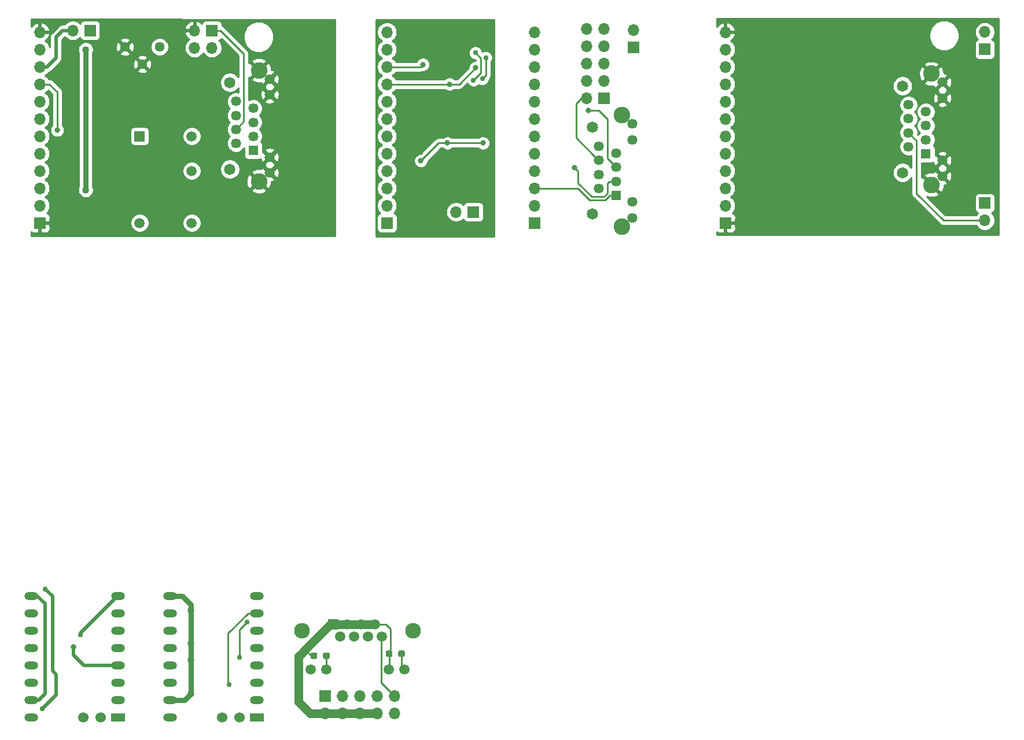
<source format=gbl>
G04 #@! TF.GenerationSoftware,KiCad,Pcbnew,(5.1.9)-1*
G04 #@! TF.CreationDate,2021-03-12T17:13:45-06:00*
G04 #@! TF.ProjectId,Torch Module,546f7263-6820-44d6-9f64-756c652e6b69,rev?*
G04 #@! TF.SameCoordinates,Original*
G04 #@! TF.FileFunction,Copper,L2,Bot*
G04 #@! TF.FilePolarity,Positive*
%FSLAX46Y46*%
G04 Gerber Fmt 4.6, Leading zero omitted, Abs format (unit mm)*
G04 Created by KiCad (PCBNEW (5.1.9)-1) date 2021-03-12 17:13:45*
%MOMM*%
%LPD*%
G01*
G04 APERTURE LIST*
G04 #@! TA.AperFunction,ComponentPad*
%ADD10C,1.650000*%
G04 #@! TD*
G04 #@! TA.AperFunction,ComponentPad*
%ADD11C,2.430000*%
G04 #@! TD*
G04 #@! TA.AperFunction,ComponentPad*
%ADD12C,1.462000*%
G04 #@! TD*
G04 #@! TA.AperFunction,ComponentPad*
%ADD13R,1.462000X1.462000*%
G04 #@! TD*
G04 #@! TA.AperFunction,ComponentPad*
%ADD14C,1.524000*%
G04 #@! TD*
G04 #@! TA.AperFunction,ComponentPad*
%ADD15O,2.000000X1.200000*%
G04 #@! TD*
G04 #@! TA.AperFunction,ComponentPad*
%ADD16R,2.000000X1.200000*%
G04 #@! TD*
G04 #@! TA.AperFunction,ComponentPad*
%ADD17R,1.700000X1.700000*%
G04 #@! TD*
G04 #@! TA.AperFunction,ComponentPad*
%ADD18O,1.700000X1.700000*%
G04 #@! TD*
G04 #@! TA.AperFunction,ComponentPad*
%ADD19R,1.501140X1.501140*%
G04 #@! TD*
G04 #@! TA.AperFunction,ComponentPad*
%ADD20C,1.501140*%
G04 #@! TD*
G04 #@! TA.AperFunction,ComponentPad*
%ADD21C,1.440000*%
G04 #@! TD*
G04 #@! TA.AperFunction,ComponentPad*
%ADD22R,1.500000X1.500000*%
G04 #@! TD*
G04 #@! TA.AperFunction,ComponentPad*
%ADD23C,1.500000*%
G04 #@! TD*
G04 #@! TA.AperFunction,ComponentPad*
%ADD24C,2.300000*%
G04 #@! TD*
G04 #@! TA.AperFunction,ViaPad*
%ADD25C,0.800000*%
G04 #@! TD*
G04 #@! TA.AperFunction,ViaPad*
%ADD26C,0.762000*%
G04 #@! TD*
G04 #@! TA.AperFunction,ViaPad*
%ADD27C,1.016000*%
G04 #@! TD*
G04 #@! TA.AperFunction,Conductor*
%ADD28C,0.254000*%
G04 #@! TD*
G04 #@! TA.AperFunction,Conductor*
%ADD29C,0.250000*%
G04 #@! TD*
G04 #@! TA.AperFunction,Conductor*
%ADD30C,0.508000*%
G04 #@! TD*
G04 #@! TA.AperFunction,Conductor*
%ADD31C,0.762000*%
G04 #@! TD*
G04 #@! TA.AperFunction,Conductor*
%ADD32C,1.270000*%
G04 #@! TD*
G04 #@! TA.AperFunction,Conductor*
%ADD33C,0.150000*%
G04 #@! TD*
G04 APERTURE END LIST*
D10*
X102742000Y-83572000D03*
X102742000Y-70872000D03*
D11*
X106982000Y-85352000D03*
X106982000Y-69092000D03*
D12*
X108582000Y-70362000D03*
X108582000Y-72652000D03*
X108582000Y-81792000D03*
X108582000Y-84082000D03*
X103632000Y-73652000D03*
X106172000Y-74672000D03*
X103632000Y-75692000D03*
X106172000Y-76712000D03*
X103632000Y-77732000D03*
X106172000Y-78752000D03*
X103632000Y-79772000D03*
D13*
X106172000Y-80792000D03*
X204598000Y-81294000D03*
D12*
X202058000Y-80274000D03*
X204598000Y-79254000D03*
X202058000Y-78234000D03*
X204598000Y-77214000D03*
X202058000Y-76194000D03*
X204598000Y-75174000D03*
X202058000Y-74154000D03*
X207008000Y-84584000D03*
X207008000Y-82294000D03*
X207008000Y-73154000D03*
X207008000Y-70864000D03*
D11*
X205408000Y-69594000D03*
X205408000Y-85854000D03*
D10*
X201168000Y-71374000D03*
X201168000Y-84074000D03*
X155828000Y-90168000D03*
X155828000Y-77468000D03*
D11*
X160068000Y-91948000D03*
X160068000Y-75688000D03*
D12*
X161668000Y-76958000D03*
X161668000Y-79248000D03*
X161668000Y-88388000D03*
X161668000Y-90678000D03*
X156718000Y-80248000D03*
X159258000Y-81268000D03*
X156718000Y-82288000D03*
X159258000Y-83308000D03*
X156718000Y-84328000D03*
X159258000Y-85348000D03*
X156718000Y-86368000D03*
D13*
X159258000Y-87388000D03*
D14*
X104140000Y-163830000D03*
X101600000Y-163830000D03*
D15*
X106680000Y-146050000D03*
X93980000Y-146050000D03*
X106680000Y-148590000D03*
X93980000Y-148590000D03*
X106680000Y-151130000D03*
X93980000Y-151130000D03*
X106680000Y-153670000D03*
X93980000Y-153670000D03*
X106680000Y-156210000D03*
X93980000Y-156210000D03*
X106680000Y-158750000D03*
X93980000Y-158750000D03*
X106680000Y-161290000D03*
X93980000Y-161290000D03*
D16*
X106680000Y-163830000D03*
D15*
X93980000Y-163830000D03*
D14*
X83820000Y-163830000D03*
X81280000Y-163830000D03*
D15*
X86360000Y-146050000D03*
X73660000Y-146050000D03*
X86360000Y-148590000D03*
X73660000Y-148590000D03*
X86360000Y-151130000D03*
X73660000Y-151130000D03*
X86360000Y-153670000D03*
X73660000Y-153670000D03*
X86360000Y-156210000D03*
X73660000Y-156210000D03*
X86360000Y-158750000D03*
X73660000Y-158750000D03*
X86360000Y-161290000D03*
X73660000Y-161290000D03*
D16*
X86360000Y-163830000D03*
D15*
X73660000Y-163830000D03*
D17*
X74930000Y-91440000D03*
D18*
X74930000Y-88900000D03*
X74930000Y-86360000D03*
X74930000Y-83820000D03*
X74930000Y-81280000D03*
X74930000Y-78740000D03*
X74930000Y-76200000D03*
X74930000Y-73660000D03*
X74930000Y-71120000D03*
X74930000Y-68580000D03*
X74930000Y-66040000D03*
X74930000Y-63500000D03*
D19*
X89532460Y-78742540D03*
D20*
X97152460Y-78742540D03*
X97152460Y-83822540D03*
X89532460Y-91442540D03*
X97152460Y-91442540D03*
D17*
X116704980Y-160745300D03*
D18*
X116704980Y-163285300D03*
X119244980Y-160745300D03*
X119244980Y-163285300D03*
X121784980Y-160745300D03*
X121784980Y-163285300D03*
X124324980Y-160745300D03*
X124324980Y-163285300D03*
X126864980Y-160745300D03*
X126864980Y-163285300D03*
D17*
X175260000Y-91440000D03*
D18*
X175260000Y-88900000D03*
X175260000Y-86360000D03*
X175260000Y-83820000D03*
X175260000Y-81280000D03*
X175260000Y-78740000D03*
X175260000Y-76200000D03*
X175260000Y-73660000D03*
X175260000Y-71120000D03*
X175260000Y-68580000D03*
X175260000Y-66040000D03*
X175260000Y-63500000D03*
D17*
X147320000Y-91440000D03*
D18*
X147320000Y-88900000D03*
X147320000Y-86360000D03*
X147320000Y-83820000D03*
X147320000Y-81280000D03*
X147320000Y-78740000D03*
X147320000Y-76200000D03*
X147320000Y-73660000D03*
X147320000Y-71120000D03*
X147320000Y-68580000D03*
X147320000Y-66040000D03*
X147320000Y-63500000D03*
D21*
X92453460Y-65661540D03*
X89913460Y-68201540D03*
X87373460Y-65661540D03*
D17*
X157480000Y-73190100D03*
D18*
X154940000Y-73190100D03*
X157480000Y-70650100D03*
X154940000Y-70650100D03*
X157480000Y-68110100D03*
X154940000Y-68110100D03*
X157480000Y-65570100D03*
X154940000Y-65570100D03*
X157480000Y-63030100D03*
X154940000Y-63030100D03*
X135838620Y-89840820D03*
D17*
X138378620Y-89840820D03*
X82277460Y-63257540D03*
D18*
X79737460Y-63257540D03*
D17*
X125730000Y-91440000D03*
D18*
X125730000Y-88900000D03*
X125730000Y-86360000D03*
X125730000Y-83820000D03*
X125730000Y-81280000D03*
X125730000Y-78740000D03*
X125730000Y-76200000D03*
X125730000Y-73660000D03*
X125730000Y-71120000D03*
X125730000Y-68580000D03*
X125730000Y-66040000D03*
X125730000Y-63500000D03*
D17*
X100102461Y-63257540D03*
D18*
X100102461Y-65797540D03*
X97562461Y-63257540D03*
X97562461Y-65797540D03*
D22*
X117850000Y-150240000D03*
D23*
X119882000Y-150240000D03*
X121914000Y-150240000D03*
X123946000Y-150240000D03*
X118866000Y-152020000D03*
X120898000Y-152020000D03*
X122930000Y-152020000D03*
X124962000Y-152020000D03*
D24*
X129540000Y-151130000D03*
X113280000Y-151130000D03*
D23*
X114550000Y-156840000D03*
X116840000Y-156840000D03*
X125980000Y-156840000D03*
X128270000Y-156840000D03*
G04 #@! TA.AperFunction,SMDPad,CuDef*
G36*
G01*
X125548980Y-154770800D02*
X125548980Y-154295800D01*
G75*
G02*
X125786480Y-154058300I237500J0D01*
G01*
X126286480Y-154058300D01*
G75*
G02*
X126523980Y-154295800I0J-237500D01*
G01*
X126523980Y-154770800D01*
G75*
G02*
X126286480Y-155008300I-237500J0D01*
G01*
X125786480Y-155008300D01*
G75*
G02*
X125548980Y-154770800I0J237500D01*
G01*
G37*
G04 #@! TD.AperFunction*
G04 #@! TA.AperFunction,SMDPad,CuDef*
G36*
G01*
X127373980Y-154770800D02*
X127373980Y-154295800D01*
G75*
G02*
X127611480Y-154058300I237500J0D01*
G01*
X128111480Y-154058300D01*
G75*
G02*
X128348980Y-154295800I0J-237500D01*
G01*
X128348980Y-154770800D01*
G75*
G02*
X128111480Y-155008300I-237500J0D01*
G01*
X127611480Y-155008300D01*
G75*
G02*
X127373980Y-154770800I0J237500D01*
G01*
G37*
G04 #@! TD.AperFunction*
G04 #@! TA.AperFunction,SMDPad,CuDef*
G36*
G01*
X116373980Y-155070800D02*
X116373980Y-154595800D01*
G75*
G02*
X116611480Y-154358300I237500J0D01*
G01*
X117111480Y-154358300D01*
G75*
G02*
X117348980Y-154595800I0J-237500D01*
G01*
X117348980Y-155070800D01*
G75*
G02*
X117111480Y-155308300I-237500J0D01*
G01*
X116611480Y-155308300D01*
G75*
G02*
X116373980Y-155070800I0J237500D01*
G01*
G37*
G04 #@! TD.AperFunction*
G04 #@! TA.AperFunction,SMDPad,CuDef*
G36*
G01*
X114548980Y-155070800D02*
X114548980Y-154595800D01*
G75*
G02*
X114786480Y-154358300I237500J0D01*
G01*
X115286480Y-154358300D01*
G75*
G02*
X115523980Y-154595800I0J-237500D01*
G01*
X115523980Y-155070800D01*
G75*
G02*
X115286480Y-155308300I-237500J0D01*
G01*
X114786480Y-155308300D01*
G75*
G02*
X114548980Y-155070800I0J237500D01*
G01*
G37*
G04 #@! TD.AperFunction*
D17*
X161839000Y-65733100D03*
D18*
X161839000Y-63193100D03*
D17*
X213210000Y-66024540D03*
D18*
X213210000Y-63484540D03*
X213210000Y-91064540D03*
D17*
X213210000Y-88524540D03*
D25*
X77467460Y-77853540D03*
X79885540Y-153545540D03*
D26*
X80901540Y-151767540D03*
D27*
X81658460Y-66042540D03*
X81658460Y-86616540D03*
D26*
X75313540Y-162562540D03*
X75694540Y-145036540D03*
D25*
X193140500Y-70006040D03*
X192610000Y-87074540D03*
D27*
X83055460Y-91823540D03*
X97000060Y-155463240D03*
X97000060Y-160416240D03*
X97000060Y-153050240D03*
X97073060Y-148224240D03*
D26*
X102588060Y-159019240D03*
X104112060Y-155082240D03*
X105255060Y-149875240D03*
D25*
X153162000Y-83312000D03*
X155194007Y-74930007D03*
D26*
X140178620Y-67240820D03*
X139678620Y-70340820D03*
X138678620Y-66540820D03*
X138378620Y-70540820D03*
D27*
X132678620Y-92440820D03*
X129278620Y-85040820D03*
X129978620Y-78340820D03*
X133878620Y-75140820D03*
X140678620Y-62240820D03*
D25*
X139778620Y-79740820D03*
X134578620Y-79740820D03*
X130678620Y-82340820D03*
X134898620Y-71120820D03*
X138678620Y-68740820D03*
X130978620Y-68240820D03*
D28*
X101357540Y-63257540D02*
X100102461Y-63257540D01*
X104743237Y-66643237D02*
X101357540Y-63257540D01*
X104743237Y-76620763D02*
X104743237Y-66643237D01*
X103632000Y-77732000D02*
X104743237Y-76620763D01*
D29*
X74927460Y-71122540D02*
X76324460Y-71122540D01*
X76324460Y-71122540D02*
X77467460Y-72265540D01*
X77467460Y-72265540D02*
X77467460Y-77853540D01*
X77467460Y-77853540D02*
X77467460Y-77853540D01*
D30*
X79885540Y-153545540D02*
X79885540Y-154688540D01*
X81409540Y-156212540D02*
X83949540Y-156212540D01*
X79885540Y-154688540D02*
X81409540Y-156212540D01*
X83949540Y-156212540D02*
X86362540Y-156212540D01*
X86362540Y-146045541D02*
X80901540Y-151506541D01*
X80901540Y-151506541D02*
X80901540Y-151767540D01*
D31*
X81658460Y-66042540D02*
X81658460Y-86616540D01*
X81658460Y-86616540D02*
X81658460Y-86616540D01*
D30*
X73662540Y-146052540D02*
X74551540Y-146052540D01*
X74551540Y-146052540D02*
X75694540Y-147195540D01*
X75694540Y-147195540D02*
X75694540Y-160403540D01*
X74805540Y-161292540D02*
X73662540Y-161292540D01*
X75694540Y-160403540D02*
X74805540Y-161292540D01*
X76783541Y-146125541D02*
X76783541Y-157047541D01*
X75694540Y-145036540D02*
X76783541Y-146125541D01*
X76783541Y-157047541D02*
X77345540Y-157609540D01*
X77345540Y-160530540D02*
X75313540Y-162562540D01*
X77345540Y-157609540D02*
X77345540Y-160530540D01*
D32*
X124324980Y-163285300D02*
X121784980Y-163285300D01*
X121784980Y-163285300D02*
X119244980Y-163285300D01*
X119244980Y-163285300D02*
X116704980Y-163285300D01*
X117448980Y-150233300D02*
X117848980Y-150233300D01*
X117848980Y-150233300D02*
X119880980Y-150233300D01*
X119880980Y-150233300D02*
X121912980Y-150233300D01*
X121912980Y-150233300D02*
X123944980Y-150233300D01*
D28*
X115036480Y-154833300D02*
X114648980Y-154833300D01*
D32*
X113748980Y-153933300D02*
X117448980Y-150233300D01*
D28*
X114648980Y-154833300D02*
X113748980Y-153933300D01*
X126036480Y-156775800D02*
X125978980Y-156833300D01*
X126036480Y-154533300D02*
X126036480Y-156775800D01*
D32*
X113248980Y-154433300D02*
X113748980Y-153933300D01*
X112798980Y-154883300D02*
X113248980Y-154433300D01*
X112798980Y-161583300D02*
X112798980Y-154883300D01*
X114500980Y-163285300D02*
X112798980Y-161583300D01*
X116704980Y-163285300D02*
X114500980Y-163285300D01*
D28*
X125595300Y-150233300D02*
X123944980Y-150233300D01*
X126238000Y-150876000D02*
X125595300Y-150233300D01*
X126238000Y-153924000D02*
X126238000Y-150876000D01*
X126036480Y-154125520D02*
X126238000Y-153924000D01*
X126036480Y-154533300D02*
X126036480Y-154125520D01*
X124901979Y-158782299D02*
X126864980Y-160745300D01*
X124901979Y-152072301D02*
X124901979Y-158782299D01*
X124960980Y-152013300D02*
X124901979Y-152072301D01*
X157674017Y-88078050D02*
X155388050Y-88078050D01*
X158364067Y-87388000D02*
X157674017Y-88078050D01*
X159258000Y-87388000D02*
X158364067Y-87388000D01*
X153670000Y-86360000D02*
X147320000Y-86360000D01*
X155388050Y-88078050D02*
X153670000Y-86360000D01*
D31*
X93980061Y-146058241D02*
X95723061Y-146058241D01*
X95723061Y-146058241D02*
X97000060Y-147335240D01*
X96118059Y-161298241D02*
X93980061Y-161298241D01*
X97000060Y-160416240D02*
X96118059Y-161298241D01*
X97000060Y-147335240D02*
X97000060Y-150510240D01*
X97000060Y-155463240D02*
X97000060Y-160416240D01*
X97000060Y-153050240D02*
X97000060Y-155463240D01*
X97000060Y-150510240D02*
X97000060Y-153050240D01*
D28*
X106680061Y-148598241D02*
X105389059Y-148598241D01*
X105389059Y-148598241D02*
X102461060Y-151526240D01*
X102461060Y-158892240D02*
X102588060Y-159019240D01*
X102461060Y-151526240D02*
X102461060Y-158892240D01*
X104112060Y-151018240D02*
X105255060Y-149875240D01*
X104112060Y-155082240D02*
X104112060Y-151018240D01*
X158285874Y-85348000D02*
X159258000Y-85348000D01*
X157977436Y-85656438D02*
X158285874Y-85348000D01*
X157977436Y-87132564D02*
X157977436Y-85656438D01*
X157485960Y-87624040D02*
X157977436Y-87132564D01*
X153670000Y-85598000D02*
X155696040Y-87624040D01*
X155696040Y-87624040D02*
X157485960Y-87624040D01*
X153670000Y-83820000D02*
X153670000Y-85598000D01*
X153162000Y-83312000D02*
X153670000Y-83820000D01*
X156718007Y-74930007D02*
X155194007Y-74930007D01*
X157988000Y-76200000D02*
X156718007Y-74930007D01*
X157988000Y-82038000D02*
X157988000Y-76200000D01*
X159258000Y-83308000D02*
X157988000Y-82038000D01*
X155987001Y-81557001D02*
X156718000Y-82288000D01*
X153416000Y-78986000D02*
X155987001Y-81557001D01*
X153416000Y-73914000D02*
X153416000Y-78986000D01*
X154139900Y-73190100D02*
X153416000Y-73914000D01*
X154940000Y-73190100D02*
X154139900Y-73190100D01*
X140178620Y-67240820D02*
X140178620Y-69840820D01*
X140178620Y-69840820D02*
X139678620Y-70340820D01*
X138678620Y-66540820D02*
X139470620Y-67332820D01*
X139470620Y-67332820D02*
X139470620Y-69448820D01*
X139470620Y-69448820D02*
X138378620Y-70540820D01*
X139778620Y-79740820D02*
X134578620Y-79740820D01*
X133278620Y-79740820D02*
X134578620Y-79740820D01*
X130678620Y-82340820D02*
X133278620Y-79740820D01*
D30*
X74927460Y-68582540D02*
X75952460Y-68582540D01*
X75952460Y-68582540D02*
X77277460Y-67257540D01*
X77277460Y-67257540D02*
X77277460Y-64257540D01*
X77277460Y-64257540D02*
X78277460Y-63257540D01*
X78277460Y-63257540D02*
X79737460Y-63257540D01*
D28*
X125728620Y-71120820D02*
X134898620Y-71120820D01*
X136298620Y-71120820D02*
X138678620Y-68740820D01*
X134898620Y-71120820D02*
X136298620Y-71120820D01*
X130638620Y-68580820D02*
X130978620Y-68240820D01*
X125728620Y-68580820D02*
X130638620Y-68580820D01*
X116838980Y-154855800D02*
X116861480Y-154833300D01*
X116838980Y-156833300D02*
X116838980Y-154855800D01*
X127861480Y-156425800D02*
X128268980Y-156833300D01*
X127861480Y-154533300D02*
X127861480Y-156425800D01*
X207142540Y-91064540D02*
X213210000Y-91064540D01*
X203200000Y-87122000D02*
X207142540Y-91064540D01*
X203200000Y-79376000D02*
X203200000Y-87122000D01*
X202058000Y-78234000D02*
X203200000Y-79376000D01*
X215240001Y-92581922D02*
X215234212Y-93195540D01*
X174015000Y-93195540D01*
X174015000Y-92787295D01*
X174055506Y-92820537D01*
X174165820Y-92879502D01*
X174285518Y-92915812D01*
X174410000Y-92928072D01*
X174974250Y-92925000D01*
X175133000Y-92766250D01*
X175133000Y-91567000D01*
X175387000Y-91567000D01*
X175387000Y-92766250D01*
X175545750Y-92925000D01*
X176110000Y-92928072D01*
X176234482Y-92915812D01*
X176354180Y-92879502D01*
X176464494Y-92820537D01*
X176561185Y-92741185D01*
X176640537Y-92644494D01*
X176699502Y-92534180D01*
X176735812Y-92414482D01*
X176748072Y-92290000D01*
X176745000Y-91725750D01*
X176586250Y-91567000D01*
X175387000Y-91567000D01*
X175133000Y-91567000D01*
X175113000Y-91567000D01*
X175113000Y-91313000D01*
X175133000Y-91313000D01*
X175133000Y-91293000D01*
X175387000Y-91293000D01*
X175387000Y-91313000D01*
X176586250Y-91313000D01*
X176745000Y-91154250D01*
X176748072Y-90590000D01*
X176735812Y-90465518D01*
X176699502Y-90345820D01*
X176640537Y-90235506D01*
X176561185Y-90138815D01*
X176464494Y-90059463D01*
X176354180Y-90000498D01*
X176281620Y-89978487D01*
X176413475Y-89846632D01*
X176575990Y-89603411D01*
X176687932Y-89333158D01*
X176745000Y-89046260D01*
X176745000Y-88753740D01*
X176687932Y-88466842D01*
X176575990Y-88196589D01*
X176413475Y-87953368D01*
X176206632Y-87746525D01*
X176032240Y-87630000D01*
X176206632Y-87513475D01*
X176413475Y-87306632D01*
X176575990Y-87063411D01*
X176687932Y-86793158D01*
X176745000Y-86506260D01*
X176745000Y-86213740D01*
X176687932Y-85926842D01*
X176575990Y-85656589D01*
X176413475Y-85413368D01*
X176206632Y-85206525D01*
X176032240Y-85090000D01*
X176206632Y-84973475D01*
X176413475Y-84766632D01*
X176575990Y-84523411D01*
X176687932Y-84253158D01*
X176745000Y-83966260D01*
X176745000Y-83930203D01*
X199708000Y-83930203D01*
X199708000Y-84217797D01*
X199764107Y-84499866D01*
X199874165Y-84765569D01*
X200033944Y-85004696D01*
X200237304Y-85208056D01*
X200476431Y-85367835D01*
X200742134Y-85477893D01*
X201024203Y-85534000D01*
X201311797Y-85534000D01*
X201593866Y-85477893D01*
X201859569Y-85367835D01*
X202098696Y-85208056D01*
X202302056Y-85004696D01*
X202438001Y-84801240D01*
X202438001Y-87084567D01*
X202434314Y-87122000D01*
X202449027Y-87271378D01*
X202492599Y-87415015D01*
X202563355Y-87547392D01*
X202634721Y-87634351D01*
X202658579Y-87663422D01*
X202687649Y-87687279D01*
X206577256Y-91576886D01*
X206601118Y-91605962D01*
X206674759Y-91666397D01*
X206717147Y-91701185D01*
X206763106Y-91725750D01*
X206849525Y-91771942D01*
X206993162Y-91815514D01*
X207105114Y-91826540D01*
X207105117Y-91826540D01*
X207142540Y-91830226D01*
X207179963Y-91826540D01*
X211933158Y-91826540D01*
X212056525Y-92011172D01*
X212263368Y-92218015D01*
X212506589Y-92380530D01*
X212776842Y-92492472D01*
X213063740Y-92549540D01*
X213356260Y-92549540D01*
X213643158Y-92492472D01*
X213913411Y-92380530D01*
X214156632Y-92218015D01*
X214363475Y-92011172D01*
X214525990Y-91767951D01*
X214637932Y-91497698D01*
X214695000Y-91210800D01*
X214695000Y-90918280D01*
X214637932Y-90631382D01*
X214525990Y-90361129D01*
X214363475Y-90117908D01*
X214231620Y-89986053D01*
X214304180Y-89964042D01*
X214414494Y-89905077D01*
X214511185Y-89825725D01*
X214590537Y-89729034D01*
X214649502Y-89618720D01*
X214685812Y-89499022D01*
X214698072Y-89374540D01*
X214698072Y-87674540D01*
X214685812Y-87550058D01*
X214649502Y-87430360D01*
X214590537Y-87320046D01*
X214511185Y-87223355D01*
X214414494Y-87144003D01*
X214304180Y-87085038D01*
X214184482Y-87048728D01*
X214060000Y-87036468D01*
X212360000Y-87036468D01*
X212235518Y-87048728D01*
X212115820Y-87085038D01*
X212005506Y-87144003D01*
X211908815Y-87223355D01*
X211829463Y-87320046D01*
X211770498Y-87430360D01*
X211734188Y-87550058D01*
X211721928Y-87674540D01*
X211721928Y-89374540D01*
X211734188Y-89499022D01*
X211770498Y-89618720D01*
X211829463Y-89729034D01*
X211908815Y-89825725D01*
X212005506Y-89905077D01*
X212115820Y-89964042D01*
X212188380Y-89986053D01*
X212056525Y-90117908D01*
X211933158Y-90302540D01*
X207458170Y-90302540D01*
X204747112Y-87591482D01*
X205098541Y-87687014D01*
X205462090Y-87712166D01*
X205823561Y-87665909D01*
X206169062Y-87550021D01*
X206395366Y-87429058D01*
X206517062Y-87142667D01*
X205408000Y-86033605D01*
X205393858Y-86047748D01*
X205214253Y-85868143D01*
X205228395Y-85854000D01*
X204119333Y-84744938D01*
X203962000Y-84811793D01*
X203962000Y-84565333D01*
X204298938Y-84565333D01*
X205408000Y-85674395D01*
X205422143Y-85660253D01*
X205601748Y-85839858D01*
X205587605Y-85854000D01*
X206696667Y-86963062D01*
X206983058Y-86841366D01*
X207145420Y-86515116D01*
X207241014Y-86163459D01*
X207257321Y-85927760D01*
X207347239Y-85914027D01*
X207600196Y-85822289D01*
X207708593Y-85764349D01*
X207771815Y-85527420D01*
X207008000Y-84763605D01*
X206993858Y-84777748D01*
X206814253Y-84598143D01*
X206828395Y-84584000D01*
X207187605Y-84584000D01*
X207951420Y-85347815D01*
X208188349Y-85284593D01*
X208302348Y-85040857D01*
X208366606Y-84779564D01*
X208378653Y-84510755D01*
X208338027Y-84244761D01*
X208246289Y-83991804D01*
X208188349Y-83883407D01*
X207951420Y-83820185D01*
X207187605Y-84584000D01*
X206828395Y-84584000D01*
X206064580Y-83820185D01*
X205827651Y-83883407D01*
X205758132Y-84032042D01*
X205717459Y-84020986D01*
X205353910Y-83995834D01*
X204992439Y-84042091D01*
X204646938Y-84157979D01*
X204420634Y-84278942D01*
X204298938Y-84565333D01*
X203962000Y-84565333D01*
X203962000Y-83237420D01*
X206244185Y-83237420D01*
X206297974Y-83439000D01*
X206244185Y-83640580D01*
X207008000Y-84404395D01*
X207771815Y-83640580D01*
X207718026Y-83439000D01*
X207771815Y-83237420D01*
X207008000Y-82473605D01*
X206244185Y-83237420D01*
X203962000Y-83237420D01*
X203962000Y-82663072D01*
X205329000Y-82663072D01*
X205453482Y-82650812D01*
X205573180Y-82614502D01*
X205667418Y-82564130D01*
X205677973Y-82633239D01*
X205769711Y-82886196D01*
X205827651Y-82994593D01*
X206064580Y-83057815D01*
X206828395Y-82294000D01*
X207187605Y-82294000D01*
X207951420Y-83057815D01*
X208188349Y-82994593D01*
X208302348Y-82750857D01*
X208366606Y-82489564D01*
X208378653Y-82220755D01*
X208338027Y-81954761D01*
X208246289Y-81701804D01*
X208188349Y-81593407D01*
X207951420Y-81530185D01*
X207187605Y-82294000D01*
X206828395Y-82294000D01*
X206064580Y-81530185D01*
X205967072Y-81556204D01*
X205967072Y-81350580D01*
X206244185Y-81350580D01*
X207008000Y-82114395D01*
X207771815Y-81350580D01*
X207708593Y-81113651D01*
X207464857Y-80999652D01*
X207203564Y-80935394D01*
X206934755Y-80923347D01*
X206668761Y-80963973D01*
X206415804Y-81055711D01*
X206307407Y-81113651D01*
X206244185Y-81350580D01*
X205967072Y-81350580D01*
X205967072Y-80563000D01*
X205954812Y-80438518D01*
X205918502Y-80318820D01*
X205859537Y-80208506D01*
X205780185Y-80111815D01*
X205707537Y-80052195D01*
X205808533Y-79901043D01*
X205911505Y-79652447D01*
X205964000Y-79388539D01*
X205964000Y-79119461D01*
X205911505Y-78855553D01*
X205808533Y-78606957D01*
X205659041Y-78383226D01*
X205509815Y-78234000D01*
X205659041Y-78084774D01*
X205808533Y-77861043D01*
X205911505Y-77612447D01*
X205964000Y-77348539D01*
X205964000Y-77079461D01*
X205911505Y-76815553D01*
X205808533Y-76566957D01*
X205659041Y-76343226D01*
X205509815Y-76194000D01*
X205659041Y-76044774D01*
X205808533Y-75821043D01*
X205911505Y-75572447D01*
X205964000Y-75308539D01*
X205964000Y-75039461D01*
X205911505Y-74775553D01*
X205808533Y-74526957D01*
X205659041Y-74303226D01*
X205468774Y-74112959D01*
X205445519Y-74097420D01*
X206244185Y-74097420D01*
X206307407Y-74334349D01*
X206551143Y-74448348D01*
X206812436Y-74512606D01*
X207081245Y-74524653D01*
X207347239Y-74484027D01*
X207600196Y-74392289D01*
X207708593Y-74334349D01*
X207771815Y-74097420D01*
X207008000Y-73333605D01*
X206244185Y-74097420D01*
X205445519Y-74097420D01*
X205245043Y-73963467D01*
X204996447Y-73860495D01*
X204732539Y-73808000D01*
X204463461Y-73808000D01*
X204199553Y-73860495D01*
X203950957Y-73963467D01*
X203727226Y-74112959D01*
X203536959Y-74303226D01*
X203387467Y-74526957D01*
X203284495Y-74775553D01*
X203232000Y-75039461D01*
X203232000Y-75308539D01*
X203284495Y-75572447D01*
X203387467Y-75821043D01*
X203536959Y-76044774D01*
X203686185Y-76194000D01*
X203536959Y-76343226D01*
X203387467Y-76566957D01*
X203284495Y-76815553D01*
X203232000Y-77079461D01*
X203232000Y-77348539D01*
X203284495Y-77612447D01*
X203387467Y-77861043D01*
X203536959Y-78084774D01*
X203686185Y-78234000D01*
X203536959Y-78383226D01*
X203435981Y-78534350D01*
X203398478Y-78496847D01*
X203424000Y-78368539D01*
X203424000Y-78099461D01*
X203371505Y-77835553D01*
X203268533Y-77586957D01*
X203119041Y-77363226D01*
X202969815Y-77214000D01*
X203119041Y-77064774D01*
X203268533Y-76841043D01*
X203371505Y-76592447D01*
X203424000Y-76328539D01*
X203424000Y-76059461D01*
X203371505Y-75795553D01*
X203268533Y-75546957D01*
X203119041Y-75323226D01*
X202969815Y-75174000D01*
X203119041Y-75024774D01*
X203268533Y-74801043D01*
X203371505Y-74552447D01*
X203424000Y-74288539D01*
X203424000Y-74019461D01*
X203371505Y-73755553D01*
X203268533Y-73506957D01*
X203119041Y-73283226D01*
X203063060Y-73227245D01*
X205637347Y-73227245D01*
X205677973Y-73493239D01*
X205769711Y-73746196D01*
X205827651Y-73854593D01*
X206064580Y-73917815D01*
X206828395Y-73154000D01*
X207187605Y-73154000D01*
X207951420Y-73917815D01*
X208188349Y-73854593D01*
X208302348Y-73610857D01*
X208366606Y-73349564D01*
X208378653Y-73080755D01*
X208338027Y-72814761D01*
X208246289Y-72561804D01*
X208188349Y-72453407D01*
X207951420Y-72390185D01*
X207187605Y-73154000D01*
X206828395Y-73154000D01*
X206064580Y-72390185D01*
X205827651Y-72453407D01*
X205713652Y-72697143D01*
X205649394Y-72958436D01*
X205637347Y-73227245D01*
X203063060Y-73227245D01*
X202928774Y-73092959D01*
X202705043Y-72943467D01*
X202456447Y-72840495D01*
X202192539Y-72788000D01*
X201923461Y-72788000D01*
X201659553Y-72840495D01*
X201410957Y-72943467D01*
X201187226Y-73092959D01*
X200996959Y-73283226D01*
X200847467Y-73506957D01*
X200744495Y-73755553D01*
X200692000Y-74019461D01*
X200692000Y-74288539D01*
X200744495Y-74552447D01*
X200847467Y-74801043D01*
X200996959Y-75024774D01*
X201146185Y-75174000D01*
X200996959Y-75323226D01*
X200847467Y-75546957D01*
X200744495Y-75795553D01*
X200692000Y-76059461D01*
X200692000Y-76328539D01*
X200744495Y-76592447D01*
X200847467Y-76841043D01*
X200996959Y-77064774D01*
X201146185Y-77214000D01*
X200996959Y-77363226D01*
X200847467Y-77586957D01*
X200744495Y-77835553D01*
X200692000Y-78099461D01*
X200692000Y-78368539D01*
X200744495Y-78632447D01*
X200847467Y-78881043D01*
X200996959Y-79104774D01*
X201146185Y-79254000D01*
X200996959Y-79403226D01*
X200847467Y-79626957D01*
X200744495Y-79875553D01*
X200692000Y-80139461D01*
X200692000Y-80408539D01*
X200744495Y-80672447D01*
X200847467Y-80921043D01*
X200996959Y-81144774D01*
X201187226Y-81335041D01*
X201410957Y-81484533D01*
X201659553Y-81587505D01*
X201923461Y-81640000D01*
X202192539Y-81640000D01*
X202438000Y-81591174D01*
X202438001Y-83346760D01*
X202302056Y-83143304D01*
X202098696Y-82939944D01*
X201859569Y-82780165D01*
X201593866Y-82670107D01*
X201311797Y-82614000D01*
X201024203Y-82614000D01*
X200742134Y-82670107D01*
X200476431Y-82780165D01*
X200237304Y-82939944D01*
X200033944Y-83143304D01*
X199874165Y-83382431D01*
X199764107Y-83648134D01*
X199708000Y-83930203D01*
X176745000Y-83930203D01*
X176745000Y-83673740D01*
X176687932Y-83386842D01*
X176575990Y-83116589D01*
X176413475Y-82873368D01*
X176206632Y-82666525D01*
X176032240Y-82550000D01*
X176206632Y-82433475D01*
X176413475Y-82226632D01*
X176575990Y-81983411D01*
X176687932Y-81713158D01*
X176745000Y-81426260D01*
X176745000Y-81133740D01*
X176687932Y-80846842D01*
X176575990Y-80576589D01*
X176413475Y-80333368D01*
X176206632Y-80126525D01*
X176032240Y-80010000D01*
X176206632Y-79893475D01*
X176413475Y-79686632D01*
X176575990Y-79443411D01*
X176687932Y-79173158D01*
X176745000Y-78886260D01*
X176745000Y-78593740D01*
X176687932Y-78306842D01*
X176575990Y-78036589D01*
X176413475Y-77793368D01*
X176206632Y-77586525D01*
X176032240Y-77470000D01*
X176206632Y-77353475D01*
X176413475Y-77146632D01*
X176575990Y-76903411D01*
X176687932Y-76633158D01*
X176745000Y-76346260D01*
X176745000Y-76053740D01*
X176687932Y-75766842D01*
X176575990Y-75496589D01*
X176413475Y-75253368D01*
X176206632Y-75046525D01*
X176032240Y-74930000D01*
X176206632Y-74813475D01*
X176413475Y-74606632D01*
X176575990Y-74363411D01*
X176687932Y-74093158D01*
X176745000Y-73806260D01*
X176745000Y-73513740D01*
X176687932Y-73226842D01*
X176575990Y-72956589D01*
X176413475Y-72713368D01*
X176206632Y-72506525D01*
X176032240Y-72390000D01*
X176206632Y-72273475D01*
X176413475Y-72066632D01*
X176575990Y-71823411D01*
X176687932Y-71553158D01*
X176745000Y-71266260D01*
X176745000Y-71230203D01*
X199708000Y-71230203D01*
X199708000Y-71517797D01*
X199764107Y-71799866D01*
X199874165Y-72065569D01*
X200033944Y-72304696D01*
X200237304Y-72508056D01*
X200476431Y-72667835D01*
X200742134Y-72777893D01*
X201024203Y-72834000D01*
X201311797Y-72834000D01*
X201593866Y-72777893D01*
X201859569Y-72667835D01*
X202098696Y-72508056D01*
X202302056Y-72304696D01*
X202461835Y-72065569D01*
X202568764Y-71807420D01*
X206244185Y-71807420D01*
X206297974Y-72009000D01*
X206244185Y-72210580D01*
X207008000Y-72974395D01*
X207771815Y-72210580D01*
X207718026Y-72009000D01*
X207771815Y-71807420D01*
X207008000Y-71043605D01*
X206244185Y-71807420D01*
X202568764Y-71807420D01*
X202571893Y-71799866D01*
X202628000Y-71517797D01*
X202628000Y-71230203D01*
X202571893Y-70948134D01*
X202544776Y-70882667D01*
X204298938Y-70882667D01*
X204420634Y-71169058D01*
X204746884Y-71331420D01*
X205098541Y-71427014D01*
X205462090Y-71452166D01*
X205754671Y-71414725D01*
X205769711Y-71456196D01*
X205827651Y-71564593D01*
X206064580Y-71627815D01*
X206828395Y-70864000D01*
X207187605Y-70864000D01*
X207951420Y-71627815D01*
X208188349Y-71564593D01*
X208302348Y-71320857D01*
X208366606Y-71059564D01*
X208378653Y-70790755D01*
X208338027Y-70524761D01*
X208246289Y-70271804D01*
X208188349Y-70163407D01*
X207951420Y-70100185D01*
X207187605Y-70864000D01*
X206828395Y-70864000D01*
X206814253Y-70849858D01*
X206993858Y-70670253D01*
X207008000Y-70684395D01*
X207771815Y-69920580D01*
X207708593Y-69683651D01*
X207464857Y-69569652D01*
X207263640Y-69520168D01*
X207219909Y-69178439D01*
X207104021Y-68832938D01*
X206983058Y-68606634D01*
X206696667Y-68484938D01*
X205587605Y-69594000D01*
X205601748Y-69608143D01*
X205422143Y-69787748D01*
X205408000Y-69773605D01*
X204298938Y-70882667D01*
X202544776Y-70882667D01*
X202461835Y-70682431D01*
X202302056Y-70443304D01*
X202098696Y-70239944D01*
X201859569Y-70080165D01*
X201593866Y-69970107D01*
X201311797Y-69914000D01*
X201024203Y-69914000D01*
X200742134Y-69970107D01*
X200476431Y-70080165D01*
X200237304Y-70239944D01*
X200033944Y-70443304D01*
X199874165Y-70682431D01*
X199764107Y-70948134D01*
X199708000Y-71230203D01*
X176745000Y-71230203D01*
X176745000Y-70973740D01*
X176687932Y-70686842D01*
X176575990Y-70416589D01*
X176413475Y-70173368D01*
X176206632Y-69966525D01*
X176032240Y-69850000D01*
X176206632Y-69733475D01*
X176292017Y-69648090D01*
X203549834Y-69648090D01*
X203596091Y-70009561D01*
X203711979Y-70355062D01*
X203832942Y-70581366D01*
X204119333Y-70703062D01*
X205228395Y-69594000D01*
X204119333Y-68484938D01*
X203832942Y-68606634D01*
X203670580Y-68932884D01*
X203574986Y-69284541D01*
X203549834Y-69648090D01*
X176292017Y-69648090D01*
X176413475Y-69526632D01*
X176575990Y-69283411D01*
X176687932Y-69013158D01*
X176745000Y-68726260D01*
X176745000Y-68433740D01*
X176719459Y-68305333D01*
X204298938Y-68305333D01*
X205408000Y-69414395D01*
X206517062Y-68305333D01*
X206395366Y-68018942D01*
X206069116Y-67856580D01*
X205717459Y-67760986D01*
X205353910Y-67735834D01*
X204992439Y-67782091D01*
X204646938Y-67897979D01*
X204420634Y-68018942D01*
X204298938Y-68305333D01*
X176719459Y-68305333D01*
X176687932Y-68146842D01*
X176575990Y-67876589D01*
X176413475Y-67633368D01*
X176206632Y-67426525D01*
X176032240Y-67310000D01*
X176206632Y-67193475D01*
X176413475Y-66986632D01*
X176575990Y-66743411D01*
X176687932Y-66473158D01*
X176745000Y-66186260D01*
X176745000Y-65893740D01*
X176687932Y-65606842D01*
X176575990Y-65336589D01*
X176413475Y-65093368D01*
X176206632Y-64886525D01*
X176024466Y-64764805D01*
X176141355Y-64695178D01*
X176357588Y-64500269D01*
X176531641Y-64266920D01*
X176656825Y-64004099D01*
X176701476Y-63856890D01*
X176665053Y-63787872D01*
X205029000Y-63787872D01*
X205029000Y-64228128D01*
X205114890Y-64659925D01*
X205283369Y-65066669D01*
X205527962Y-65432729D01*
X205839271Y-65744038D01*
X206205331Y-65988631D01*
X206612075Y-66157110D01*
X207043872Y-66243000D01*
X207484128Y-66243000D01*
X207915925Y-66157110D01*
X208322669Y-65988631D01*
X208688729Y-65744038D01*
X209000038Y-65432729D01*
X209172554Y-65174540D01*
X211721928Y-65174540D01*
X211721928Y-66874540D01*
X211734188Y-66999022D01*
X211770498Y-67118720D01*
X211829463Y-67229034D01*
X211908815Y-67325725D01*
X212005506Y-67405077D01*
X212115820Y-67464042D01*
X212235518Y-67500352D01*
X212360000Y-67512612D01*
X214060000Y-67512612D01*
X214184482Y-67500352D01*
X214304180Y-67464042D01*
X214414494Y-67405077D01*
X214511185Y-67325725D01*
X214590537Y-67229034D01*
X214649502Y-67118720D01*
X214685812Y-66999022D01*
X214698072Y-66874540D01*
X214698072Y-65174540D01*
X214685812Y-65050058D01*
X214649502Y-64930360D01*
X214590537Y-64820046D01*
X214511185Y-64723355D01*
X214414494Y-64644003D01*
X214304180Y-64585038D01*
X214231620Y-64563027D01*
X214363475Y-64431172D01*
X214525990Y-64187951D01*
X214637932Y-63917698D01*
X214695000Y-63630800D01*
X214695000Y-63338280D01*
X214637932Y-63051382D01*
X214525990Y-62781129D01*
X214363475Y-62537908D01*
X214156632Y-62331065D01*
X213913411Y-62168550D01*
X213643158Y-62056608D01*
X213356260Y-61999540D01*
X213063740Y-61999540D01*
X212776842Y-62056608D01*
X212506589Y-62168550D01*
X212263368Y-62331065D01*
X212056525Y-62537908D01*
X211894010Y-62781129D01*
X211782068Y-63051382D01*
X211725000Y-63338280D01*
X211725000Y-63630800D01*
X211782068Y-63917698D01*
X211894010Y-64187951D01*
X212056525Y-64431172D01*
X212188380Y-64563027D01*
X212115820Y-64585038D01*
X212005506Y-64644003D01*
X211908815Y-64723355D01*
X211829463Y-64820046D01*
X211770498Y-64930360D01*
X211734188Y-65050058D01*
X211721928Y-65174540D01*
X209172554Y-65174540D01*
X209244631Y-65066669D01*
X209413110Y-64659925D01*
X209499000Y-64228128D01*
X209499000Y-63787872D01*
X209413110Y-63356075D01*
X209244631Y-62949331D01*
X209000038Y-62583271D01*
X208688729Y-62271962D01*
X208322669Y-62027369D01*
X207915925Y-61858890D01*
X207484128Y-61773000D01*
X207043872Y-61773000D01*
X206612075Y-61858890D01*
X206205331Y-62027369D01*
X205839271Y-62271962D01*
X205527962Y-62583271D01*
X205283369Y-62949331D01*
X205114890Y-63356075D01*
X205029000Y-63787872D01*
X176665053Y-63787872D01*
X176580155Y-63627000D01*
X175387000Y-63627000D01*
X175387000Y-63647000D01*
X175133000Y-63647000D01*
X175133000Y-63627000D01*
X175113000Y-63627000D01*
X175113000Y-63373000D01*
X175133000Y-63373000D01*
X175133000Y-62179186D01*
X175387000Y-62179186D01*
X175387000Y-63373000D01*
X176580155Y-63373000D01*
X176701476Y-63143110D01*
X176656825Y-62995901D01*
X176531641Y-62733080D01*
X176357588Y-62499731D01*
X176141355Y-62304822D01*
X175891252Y-62155843D01*
X175616891Y-62058519D01*
X175387000Y-62179186D01*
X175133000Y-62179186D01*
X174903109Y-62058519D01*
X174628748Y-62155843D01*
X174378645Y-62304822D01*
X174162412Y-62499731D01*
X174015000Y-62697363D01*
X174015000Y-61495540D01*
X215240000Y-61495540D01*
X215240001Y-92581922D01*
G04 #@! TA.AperFunction,Conductor*
D33*
G36*
X215240001Y-92581922D02*
G01*
X215234212Y-93195540D01*
X174015000Y-93195540D01*
X174015000Y-92787295D01*
X174055506Y-92820537D01*
X174165820Y-92879502D01*
X174285518Y-92915812D01*
X174410000Y-92928072D01*
X174974250Y-92925000D01*
X175133000Y-92766250D01*
X175133000Y-91567000D01*
X175387000Y-91567000D01*
X175387000Y-92766250D01*
X175545750Y-92925000D01*
X176110000Y-92928072D01*
X176234482Y-92915812D01*
X176354180Y-92879502D01*
X176464494Y-92820537D01*
X176561185Y-92741185D01*
X176640537Y-92644494D01*
X176699502Y-92534180D01*
X176735812Y-92414482D01*
X176748072Y-92290000D01*
X176745000Y-91725750D01*
X176586250Y-91567000D01*
X175387000Y-91567000D01*
X175133000Y-91567000D01*
X175113000Y-91567000D01*
X175113000Y-91313000D01*
X175133000Y-91313000D01*
X175133000Y-91293000D01*
X175387000Y-91293000D01*
X175387000Y-91313000D01*
X176586250Y-91313000D01*
X176745000Y-91154250D01*
X176748072Y-90590000D01*
X176735812Y-90465518D01*
X176699502Y-90345820D01*
X176640537Y-90235506D01*
X176561185Y-90138815D01*
X176464494Y-90059463D01*
X176354180Y-90000498D01*
X176281620Y-89978487D01*
X176413475Y-89846632D01*
X176575990Y-89603411D01*
X176687932Y-89333158D01*
X176745000Y-89046260D01*
X176745000Y-88753740D01*
X176687932Y-88466842D01*
X176575990Y-88196589D01*
X176413475Y-87953368D01*
X176206632Y-87746525D01*
X176032240Y-87630000D01*
X176206632Y-87513475D01*
X176413475Y-87306632D01*
X176575990Y-87063411D01*
X176687932Y-86793158D01*
X176745000Y-86506260D01*
X176745000Y-86213740D01*
X176687932Y-85926842D01*
X176575990Y-85656589D01*
X176413475Y-85413368D01*
X176206632Y-85206525D01*
X176032240Y-85090000D01*
X176206632Y-84973475D01*
X176413475Y-84766632D01*
X176575990Y-84523411D01*
X176687932Y-84253158D01*
X176745000Y-83966260D01*
X176745000Y-83930203D01*
X199708000Y-83930203D01*
X199708000Y-84217797D01*
X199764107Y-84499866D01*
X199874165Y-84765569D01*
X200033944Y-85004696D01*
X200237304Y-85208056D01*
X200476431Y-85367835D01*
X200742134Y-85477893D01*
X201024203Y-85534000D01*
X201311797Y-85534000D01*
X201593866Y-85477893D01*
X201859569Y-85367835D01*
X202098696Y-85208056D01*
X202302056Y-85004696D01*
X202438001Y-84801240D01*
X202438001Y-87084567D01*
X202434314Y-87122000D01*
X202449027Y-87271378D01*
X202492599Y-87415015D01*
X202563355Y-87547392D01*
X202634721Y-87634351D01*
X202658579Y-87663422D01*
X202687649Y-87687279D01*
X206577256Y-91576886D01*
X206601118Y-91605962D01*
X206674759Y-91666397D01*
X206717147Y-91701185D01*
X206763106Y-91725750D01*
X206849525Y-91771942D01*
X206993162Y-91815514D01*
X207105114Y-91826540D01*
X207105117Y-91826540D01*
X207142540Y-91830226D01*
X207179963Y-91826540D01*
X211933158Y-91826540D01*
X212056525Y-92011172D01*
X212263368Y-92218015D01*
X212506589Y-92380530D01*
X212776842Y-92492472D01*
X213063740Y-92549540D01*
X213356260Y-92549540D01*
X213643158Y-92492472D01*
X213913411Y-92380530D01*
X214156632Y-92218015D01*
X214363475Y-92011172D01*
X214525990Y-91767951D01*
X214637932Y-91497698D01*
X214695000Y-91210800D01*
X214695000Y-90918280D01*
X214637932Y-90631382D01*
X214525990Y-90361129D01*
X214363475Y-90117908D01*
X214231620Y-89986053D01*
X214304180Y-89964042D01*
X214414494Y-89905077D01*
X214511185Y-89825725D01*
X214590537Y-89729034D01*
X214649502Y-89618720D01*
X214685812Y-89499022D01*
X214698072Y-89374540D01*
X214698072Y-87674540D01*
X214685812Y-87550058D01*
X214649502Y-87430360D01*
X214590537Y-87320046D01*
X214511185Y-87223355D01*
X214414494Y-87144003D01*
X214304180Y-87085038D01*
X214184482Y-87048728D01*
X214060000Y-87036468D01*
X212360000Y-87036468D01*
X212235518Y-87048728D01*
X212115820Y-87085038D01*
X212005506Y-87144003D01*
X211908815Y-87223355D01*
X211829463Y-87320046D01*
X211770498Y-87430360D01*
X211734188Y-87550058D01*
X211721928Y-87674540D01*
X211721928Y-89374540D01*
X211734188Y-89499022D01*
X211770498Y-89618720D01*
X211829463Y-89729034D01*
X211908815Y-89825725D01*
X212005506Y-89905077D01*
X212115820Y-89964042D01*
X212188380Y-89986053D01*
X212056525Y-90117908D01*
X211933158Y-90302540D01*
X207458170Y-90302540D01*
X204747112Y-87591482D01*
X205098541Y-87687014D01*
X205462090Y-87712166D01*
X205823561Y-87665909D01*
X206169062Y-87550021D01*
X206395366Y-87429058D01*
X206517062Y-87142667D01*
X205408000Y-86033605D01*
X205393858Y-86047748D01*
X205214253Y-85868143D01*
X205228395Y-85854000D01*
X204119333Y-84744938D01*
X203962000Y-84811793D01*
X203962000Y-84565333D01*
X204298938Y-84565333D01*
X205408000Y-85674395D01*
X205422143Y-85660253D01*
X205601748Y-85839858D01*
X205587605Y-85854000D01*
X206696667Y-86963062D01*
X206983058Y-86841366D01*
X207145420Y-86515116D01*
X207241014Y-86163459D01*
X207257321Y-85927760D01*
X207347239Y-85914027D01*
X207600196Y-85822289D01*
X207708593Y-85764349D01*
X207771815Y-85527420D01*
X207008000Y-84763605D01*
X206993858Y-84777748D01*
X206814253Y-84598143D01*
X206828395Y-84584000D01*
X207187605Y-84584000D01*
X207951420Y-85347815D01*
X208188349Y-85284593D01*
X208302348Y-85040857D01*
X208366606Y-84779564D01*
X208378653Y-84510755D01*
X208338027Y-84244761D01*
X208246289Y-83991804D01*
X208188349Y-83883407D01*
X207951420Y-83820185D01*
X207187605Y-84584000D01*
X206828395Y-84584000D01*
X206064580Y-83820185D01*
X205827651Y-83883407D01*
X205758132Y-84032042D01*
X205717459Y-84020986D01*
X205353910Y-83995834D01*
X204992439Y-84042091D01*
X204646938Y-84157979D01*
X204420634Y-84278942D01*
X204298938Y-84565333D01*
X203962000Y-84565333D01*
X203962000Y-83237420D01*
X206244185Y-83237420D01*
X206297974Y-83439000D01*
X206244185Y-83640580D01*
X207008000Y-84404395D01*
X207771815Y-83640580D01*
X207718026Y-83439000D01*
X207771815Y-83237420D01*
X207008000Y-82473605D01*
X206244185Y-83237420D01*
X203962000Y-83237420D01*
X203962000Y-82663072D01*
X205329000Y-82663072D01*
X205453482Y-82650812D01*
X205573180Y-82614502D01*
X205667418Y-82564130D01*
X205677973Y-82633239D01*
X205769711Y-82886196D01*
X205827651Y-82994593D01*
X206064580Y-83057815D01*
X206828395Y-82294000D01*
X207187605Y-82294000D01*
X207951420Y-83057815D01*
X208188349Y-82994593D01*
X208302348Y-82750857D01*
X208366606Y-82489564D01*
X208378653Y-82220755D01*
X208338027Y-81954761D01*
X208246289Y-81701804D01*
X208188349Y-81593407D01*
X207951420Y-81530185D01*
X207187605Y-82294000D01*
X206828395Y-82294000D01*
X206064580Y-81530185D01*
X205967072Y-81556204D01*
X205967072Y-81350580D01*
X206244185Y-81350580D01*
X207008000Y-82114395D01*
X207771815Y-81350580D01*
X207708593Y-81113651D01*
X207464857Y-80999652D01*
X207203564Y-80935394D01*
X206934755Y-80923347D01*
X206668761Y-80963973D01*
X206415804Y-81055711D01*
X206307407Y-81113651D01*
X206244185Y-81350580D01*
X205967072Y-81350580D01*
X205967072Y-80563000D01*
X205954812Y-80438518D01*
X205918502Y-80318820D01*
X205859537Y-80208506D01*
X205780185Y-80111815D01*
X205707537Y-80052195D01*
X205808533Y-79901043D01*
X205911505Y-79652447D01*
X205964000Y-79388539D01*
X205964000Y-79119461D01*
X205911505Y-78855553D01*
X205808533Y-78606957D01*
X205659041Y-78383226D01*
X205509815Y-78234000D01*
X205659041Y-78084774D01*
X205808533Y-77861043D01*
X205911505Y-77612447D01*
X205964000Y-77348539D01*
X205964000Y-77079461D01*
X205911505Y-76815553D01*
X205808533Y-76566957D01*
X205659041Y-76343226D01*
X205509815Y-76194000D01*
X205659041Y-76044774D01*
X205808533Y-75821043D01*
X205911505Y-75572447D01*
X205964000Y-75308539D01*
X205964000Y-75039461D01*
X205911505Y-74775553D01*
X205808533Y-74526957D01*
X205659041Y-74303226D01*
X205468774Y-74112959D01*
X205445519Y-74097420D01*
X206244185Y-74097420D01*
X206307407Y-74334349D01*
X206551143Y-74448348D01*
X206812436Y-74512606D01*
X207081245Y-74524653D01*
X207347239Y-74484027D01*
X207600196Y-74392289D01*
X207708593Y-74334349D01*
X207771815Y-74097420D01*
X207008000Y-73333605D01*
X206244185Y-74097420D01*
X205445519Y-74097420D01*
X205245043Y-73963467D01*
X204996447Y-73860495D01*
X204732539Y-73808000D01*
X204463461Y-73808000D01*
X204199553Y-73860495D01*
X203950957Y-73963467D01*
X203727226Y-74112959D01*
X203536959Y-74303226D01*
X203387467Y-74526957D01*
X203284495Y-74775553D01*
X203232000Y-75039461D01*
X203232000Y-75308539D01*
X203284495Y-75572447D01*
X203387467Y-75821043D01*
X203536959Y-76044774D01*
X203686185Y-76194000D01*
X203536959Y-76343226D01*
X203387467Y-76566957D01*
X203284495Y-76815553D01*
X203232000Y-77079461D01*
X203232000Y-77348539D01*
X203284495Y-77612447D01*
X203387467Y-77861043D01*
X203536959Y-78084774D01*
X203686185Y-78234000D01*
X203536959Y-78383226D01*
X203435981Y-78534350D01*
X203398478Y-78496847D01*
X203424000Y-78368539D01*
X203424000Y-78099461D01*
X203371505Y-77835553D01*
X203268533Y-77586957D01*
X203119041Y-77363226D01*
X202969815Y-77214000D01*
X203119041Y-77064774D01*
X203268533Y-76841043D01*
X203371505Y-76592447D01*
X203424000Y-76328539D01*
X203424000Y-76059461D01*
X203371505Y-75795553D01*
X203268533Y-75546957D01*
X203119041Y-75323226D01*
X202969815Y-75174000D01*
X203119041Y-75024774D01*
X203268533Y-74801043D01*
X203371505Y-74552447D01*
X203424000Y-74288539D01*
X203424000Y-74019461D01*
X203371505Y-73755553D01*
X203268533Y-73506957D01*
X203119041Y-73283226D01*
X203063060Y-73227245D01*
X205637347Y-73227245D01*
X205677973Y-73493239D01*
X205769711Y-73746196D01*
X205827651Y-73854593D01*
X206064580Y-73917815D01*
X206828395Y-73154000D01*
X207187605Y-73154000D01*
X207951420Y-73917815D01*
X208188349Y-73854593D01*
X208302348Y-73610857D01*
X208366606Y-73349564D01*
X208378653Y-73080755D01*
X208338027Y-72814761D01*
X208246289Y-72561804D01*
X208188349Y-72453407D01*
X207951420Y-72390185D01*
X207187605Y-73154000D01*
X206828395Y-73154000D01*
X206064580Y-72390185D01*
X205827651Y-72453407D01*
X205713652Y-72697143D01*
X205649394Y-72958436D01*
X205637347Y-73227245D01*
X203063060Y-73227245D01*
X202928774Y-73092959D01*
X202705043Y-72943467D01*
X202456447Y-72840495D01*
X202192539Y-72788000D01*
X201923461Y-72788000D01*
X201659553Y-72840495D01*
X201410957Y-72943467D01*
X201187226Y-73092959D01*
X200996959Y-73283226D01*
X200847467Y-73506957D01*
X200744495Y-73755553D01*
X200692000Y-74019461D01*
X200692000Y-74288539D01*
X200744495Y-74552447D01*
X200847467Y-74801043D01*
X200996959Y-75024774D01*
X201146185Y-75174000D01*
X200996959Y-75323226D01*
X200847467Y-75546957D01*
X200744495Y-75795553D01*
X200692000Y-76059461D01*
X200692000Y-76328539D01*
X200744495Y-76592447D01*
X200847467Y-76841043D01*
X200996959Y-77064774D01*
X201146185Y-77214000D01*
X200996959Y-77363226D01*
X200847467Y-77586957D01*
X200744495Y-77835553D01*
X200692000Y-78099461D01*
X200692000Y-78368539D01*
X200744495Y-78632447D01*
X200847467Y-78881043D01*
X200996959Y-79104774D01*
X201146185Y-79254000D01*
X200996959Y-79403226D01*
X200847467Y-79626957D01*
X200744495Y-79875553D01*
X200692000Y-80139461D01*
X200692000Y-80408539D01*
X200744495Y-80672447D01*
X200847467Y-80921043D01*
X200996959Y-81144774D01*
X201187226Y-81335041D01*
X201410957Y-81484533D01*
X201659553Y-81587505D01*
X201923461Y-81640000D01*
X202192539Y-81640000D01*
X202438000Y-81591174D01*
X202438001Y-83346760D01*
X202302056Y-83143304D01*
X202098696Y-82939944D01*
X201859569Y-82780165D01*
X201593866Y-82670107D01*
X201311797Y-82614000D01*
X201024203Y-82614000D01*
X200742134Y-82670107D01*
X200476431Y-82780165D01*
X200237304Y-82939944D01*
X200033944Y-83143304D01*
X199874165Y-83382431D01*
X199764107Y-83648134D01*
X199708000Y-83930203D01*
X176745000Y-83930203D01*
X176745000Y-83673740D01*
X176687932Y-83386842D01*
X176575990Y-83116589D01*
X176413475Y-82873368D01*
X176206632Y-82666525D01*
X176032240Y-82550000D01*
X176206632Y-82433475D01*
X176413475Y-82226632D01*
X176575990Y-81983411D01*
X176687932Y-81713158D01*
X176745000Y-81426260D01*
X176745000Y-81133740D01*
X176687932Y-80846842D01*
X176575990Y-80576589D01*
X176413475Y-80333368D01*
X176206632Y-80126525D01*
X176032240Y-80010000D01*
X176206632Y-79893475D01*
X176413475Y-79686632D01*
X176575990Y-79443411D01*
X176687932Y-79173158D01*
X176745000Y-78886260D01*
X176745000Y-78593740D01*
X176687932Y-78306842D01*
X176575990Y-78036589D01*
X176413475Y-77793368D01*
X176206632Y-77586525D01*
X176032240Y-77470000D01*
X176206632Y-77353475D01*
X176413475Y-77146632D01*
X176575990Y-76903411D01*
X176687932Y-76633158D01*
X176745000Y-76346260D01*
X176745000Y-76053740D01*
X176687932Y-75766842D01*
X176575990Y-75496589D01*
X176413475Y-75253368D01*
X176206632Y-75046525D01*
X176032240Y-74930000D01*
X176206632Y-74813475D01*
X176413475Y-74606632D01*
X176575990Y-74363411D01*
X176687932Y-74093158D01*
X176745000Y-73806260D01*
X176745000Y-73513740D01*
X176687932Y-73226842D01*
X176575990Y-72956589D01*
X176413475Y-72713368D01*
X176206632Y-72506525D01*
X176032240Y-72390000D01*
X176206632Y-72273475D01*
X176413475Y-72066632D01*
X176575990Y-71823411D01*
X176687932Y-71553158D01*
X176745000Y-71266260D01*
X176745000Y-71230203D01*
X199708000Y-71230203D01*
X199708000Y-71517797D01*
X199764107Y-71799866D01*
X199874165Y-72065569D01*
X200033944Y-72304696D01*
X200237304Y-72508056D01*
X200476431Y-72667835D01*
X200742134Y-72777893D01*
X201024203Y-72834000D01*
X201311797Y-72834000D01*
X201593866Y-72777893D01*
X201859569Y-72667835D01*
X202098696Y-72508056D01*
X202302056Y-72304696D01*
X202461835Y-72065569D01*
X202568764Y-71807420D01*
X206244185Y-71807420D01*
X206297974Y-72009000D01*
X206244185Y-72210580D01*
X207008000Y-72974395D01*
X207771815Y-72210580D01*
X207718026Y-72009000D01*
X207771815Y-71807420D01*
X207008000Y-71043605D01*
X206244185Y-71807420D01*
X202568764Y-71807420D01*
X202571893Y-71799866D01*
X202628000Y-71517797D01*
X202628000Y-71230203D01*
X202571893Y-70948134D01*
X202544776Y-70882667D01*
X204298938Y-70882667D01*
X204420634Y-71169058D01*
X204746884Y-71331420D01*
X205098541Y-71427014D01*
X205462090Y-71452166D01*
X205754671Y-71414725D01*
X205769711Y-71456196D01*
X205827651Y-71564593D01*
X206064580Y-71627815D01*
X206828395Y-70864000D01*
X207187605Y-70864000D01*
X207951420Y-71627815D01*
X208188349Y-71564593D01*
X208302348Y-71320857D01*
X208366606Y-71059564D01*
X208378653Y-70790755D01*
X208338027Y-70524761D01*
X208246289Y-70271804D01*
X208188349Y-70163407D01*
X207951420Y-70100185D01*
X207187605Y-70864000D01*
X206828395Y-70864000D01*
X206814253Y-70849858D01*
X206993858Y-70670253D01*
X207008000Y-70684395D01*
X207771815Y-69920580D01*
X207708593Y-69683651D01*
X207464857Y-69569652D01*
X207263640Y-69520168D01*
X207219909Y-69178439D01*
X207104021Y-68832938D01*
X206983058Y-68606634D01*
X206696667Y-68484938D01*
X205587605Y-69594000D01*
X205601748Y-69608143D01*
X205422143Y-69787748D01*
X205408000Y-69773605D01*
X204298938Y-70882667D01*
X202544776Y-70882667D01*
X202461835Y-70682431D01*
X202302056Y-70443304D01*
X202098696Y-70239944D01*
X201859569Y-70080165D01*
X201593866Y-69970107D01*
X201311797Y-69914000D01*
X201024203Y-69914000D01*
X200742134Y-69970107D01*
X200476431Y-70080165D01*
X200237304Y-70239944D01*
X200033944Y-70443304D01*
X199874165Y-70682431D01*
X199764107Y-70948134D01*
X199708000Y-71230203D01*
X176745000Y-71230203D01*
X176745000Y-70973740D01*
X176687932Y-70686842D01*
X176575990Y-70416589D01*
X176413475Y-70173368D01*
X176206632Y-69966525D01*
X176032240Y-69850000D01*
X176206632Y-69733475D01*
X176292017Y-69648090D01*
X203549834Y-69648090D01*
X203596091Y-70009561D01*
X203711979Y-70355062D01*
X203832942Y-70581366D01*
X204119333Y-70703062D01*
X205228395Y-69594000D01*
X204119333Y-68484938D01*
X203832942Y-68606634D01*
X203670580Y-68932884D01*
X203574986Y-69284541D01*
X203549834Y-69648090D01*
X176292017Y-69648090D01*
X176413475Y-69526632D01*
X176575990Y-69283411D01*
X176687932Y-69013158D01*
X176745000Y-68726260D01*
X176745000Y-68433740D01*
X176719459Y-68305333D01*
X204298938Y-68305333D01*
X205408000Y-69414395D01*
X206517062Y-68305333D01*
X206395366Y-68018942D01*
X206069116Y-67856580D01*
X205717459Y-67760986D01*
X205353910Y-67735834D01*
X204992439Y-67782091D01*
X204646938Y-67897979D01*
X204420634Y-68018942D01*
X204298938Y-68305333D01*
X176719459Y-68305333D01*
X176687932Y-68146842D01*
X176575990Y-67876589D01*
X176413475Y-67633368D01*
X176206632Y-67426525D01*
X176032240Y-67310000D01*
X176206632Y-67193475D01*
X176413475Y-66986632D01*
X176575990Y-66743411D01*
X176687932Y-66473158D01*
X176745000Y-66186260D01*
X176745000Y-65893740D01*
X176687932Y-65606842D01*
X176575990Y-65336589D01*
X176413475Y-65093368D01*
X176206632Y-64886525D01*
X176024466Y-64764805D01*
X176141355Y-64695178D01*
X176357588Y-64500269D01*
X176531641Y-64266920D01*
X176656825Y-64004099D01*
X176701476Y-63856890D01*
X176665053Y-63787872D01*
X205029000Y-63787872D01*
X205029000Y-64228128D01*
X205114890Y-64659925D01*
X205283369Y-65066669D01*
X205527962Y-65432729D01*
X205839271Y-65744038D01*
X206205331Y-65988631D01*
X206612075Y-66157110D01*
X207043872Y-66243000D01*
X207484128Y-66243000D01*
X207915925Y-66157110D01*
X208322669Y-65988631D01*
X208688729Y-65744038D01*
X209000038Y-65432729D01*
X209172554Y-65174540D01*
X211721928Y-65174540D01*
X211721928Y-66874540D01*
X211734188Y-66999022D01*
X211770498Y-67118720D01*
X211829463Y-67229034D01*
X211908815Y-67325725D01*
X212005506Y-67405077D01*
X212115820Y-67464042D01*
X212235518Y-67500352D01*
X212360000Y-67512612D01*
X214060000Y-67512612D01*
X214184482Y-67500352D01*
X214304180Y-67464042D01*
X214414494Y-67405077D01*
X214511185Y-67325725D01*
X214590537Y-67229034D01*
X214649502Y-67118720D01*
X214685812Y-66999022D01*
X214698072Y-66874540D01*
X214698072Y-65174540D01*
X214685812Y-65050058D01*
X214649502Y-64930360D01*
X214590537Y-64820046D01*
X214511185Y-64723355D01*
X214414494Y-64644003D01*
X214304180Y-64585038D01*
X214231620Y-64563027D01*
X214363475Y-64431172D01*
X214525990Y-64187951D01*
X214637932Y-63917698D01*
X214695000Y-63630800D01*
X214695000Y-63338280D01*
X214637932Y-63051382D01*
X214525990Y-62781129D01*
X214363475Y-62537908D01*
X214156632Y-62331065D01*
X213913411Y-62168550D01*
X213643158Y-62056608D01*
X213356260Y-61999540D01*
X213063740Y-61999540D01*
X212776842Y-62056608D01*
X212506589Y-62168550D01*
X212263368Y-62331065D01*
X212056525Y-62537908D01*
X211894010Y-62781129D01*
X211782068Y-63051382D01*
X211725000Y-63338280D01*
X211725000Y-63630800D01*
X211782068Y-63917698D01*
X211894010Y-64187951D01*
X212056525Y-64431172D01*
X212188380Y-64563027D01*
X212115820Y-64585038D01*
X212005506Y-64644003D01*
X211908815Y-64723355D01*
X211829463Y-64820046D01*
X211770498Y-64930360D01*
X211734188Y-65050058D01*
X211721928Y-65174540D01*
X209172554Y-65174540D01*
X209244631Y-65066669D01*
X209413110Y-64659925D01*
X209499000Y-64228128D01*
X209499000Y-63787872D01*
X209413110Y-63356075D01*
X209244631Y-62949331D01*
X209000038Y-62583271D01*
X208688729Y-62271962D01*
X208322669Y-62027369D01*
X207915925Y-61858890D01*
X207484128Y-61773000D01*
X207043872Y-61773000D01*
X206612075Y-61858890D01*
X206205331Y-62027369D01*
X205839271Y-62271962D01*
X205527962Y-62583271D01*
X205283369Y-62949331D01*
X205114890Y-63356075D01*
X205029000Y-63787872D01*
X176665053Y-63787872D01*
X176580155Y-63627000D01*
X175387000Y-63627000D01*
X175387000Y-63647000D01*
X175133000Y-63647000D01*
X175133000Y-63627000D01*
X175113000Y-63627000D01*
X175113000Y-63373000D01*
X175133000Y-63373000D01*
X175133000Y-62179186D01*
X175387000Y-62179186D01*
X175387000Y-63373000D01*
X176580155Y-63373000D01*
X176701476Y-63143110D01*
X176656825Y-62995901D01*
X176531641Y-62733080D01*
X176357588Y-62499731D01*
X176141355Y-62304822D01*
X175891252Y-62155843D01*
X175616891Y-62058519D01*
X175387000Y-62179186D01*
X175133000Y-62179186D01*
X174903109Y-62058519D01*
X174628748Y-62155843D01*
X174378645Y-62304822D01*
X174162412Y-62499731D01*
X174015000Y-62697363D01*
X174015000Y-61495540D01*
X215240000Y-61495540D01*
X215240001Y-92581922D01*
G37*
G04 #@! TD.AperFunction*
D28*
X141386621Y-93388820D02*
X124164620Y-93388820D01*
X124164620Y-90590000D01*
X124241928Y-90590000D01*
X124241928Y-92290000D01*
X124254188Y-92414482D01*
X124290498Y-92534180D01*
X124349463Y-92644494D01*
X124428815Y-92741185D01*
X124525506Y-92820537D01*
X124635820Y-92879502D01*
X124755518Y-92915812D01*
X124880000Y-92928072D01*
X126580000Y-92928072D01*
X126704482Y-92915812D01*
X126824180Y-92879502D01*
X126934494Y-92820537D01*
X127031185Y-92741185D01*
X127110537Y-92644494D01*
X127169502Y-92534180D01*
X127205812Y-92414482D01*
X127218072Y-92290000D01*
X127218072Y-90590000D01*
X127205812Y-90465518D01*
X127169502Y-90345820D01*
X127110537Y-90235506D01*
X127031185Y-90138815D01*
X126934494Y-90059463D01*
X126824180Y-90000498D01*
X126751620Y-89978487D01*
X126883475Y-89846632D01*
X126985086Y-89694560D01*
X134353620Y-89694560D01*
X134353620Y-89987080D01*
X134410688Y-90273978D01*
X134522630Y-90544231D01*
X134685145Y-90787452D01*
X134891988Y-90994295D01*
X135135209Y-91156810D01*
X135405462Y-91268752D01*
X135692360Y-91325820D01*
X135984880Y-91325820D01*
X136271778Y-91268752D01*
X136542031Y-91156810D01*
X136785252Y-90994295D01*
X136917107Y-90862440D01*
X136939118Y-90935000D01*
X136998083Y-91045314D01*
X137077435Y-91142005D01*
X137174126Y-91221357D01*
X137284440Y-91280322D01*
X137404138Y-91316632D01*
X137528620Y-91328892D01*
X139228620Y-91328892D01*
X139353102Y-91316632D01*
X139472800Y-91280322D01*
X139583114Y-91221357D01*
X139679805Y-91142005D01*
X139759157Y-91045314D01*
X139818122Y-90935000D01*
X139854432Y-90815302D01*
X139866692Y-90690820D01*
X139866692Y-88990820D01*
X139854432Y-88866338D01*
X139818122Y-88746640D01*
X139759157Y-88636326D01*
X139679805Y-88539635D01*
X139583114Y-88460283D01*
X139472800Y-88401318D01*
X139353102Y-88365008D01*
X139228620Y-88352748D01*
X137528620Y-88352748D01*
X137404138Y-88365008D01*
X137284440Y-88401318D01*
X137174126Y-88460283D01*
X137077435Y-88539635D01*
X136998083Y-88636326D01*
X136939118Y-88746640D01*
X136917107Y-88819200D01*
X136785252Y-88687345D01*
X136542031Y-88524830D01*
X136271778Y-88412888D01*
X135984880Y-88355820D01*
X135692360Y-88355820D01*
X135405462Y-88412888D01*
X135135209Y-88524830D01*
X134891988Y-88687345D01*
X134685145Y-88894188D01*
X134522630Y-89137409D01*
X134410688Y-89407662D01*
X134353620Y-89694560D01*
X126985086Y-89694560D01*
X127045990Y-89603411D01*
X127157932Y-89333158D01*
X127215000Y-89046260D01*
X127215000Y-88753740D01*
X127157932Y-88466842D01*
X127045990Y-88196589D01*
X126883475Y-87953368D01*
X126676632Y-87746525D01*
X126502240Y-87630000D01*
X126676632Y-87513475D01*
X126883475Y-87306632D01*
X127045990Y-87063411D01*
X127157932Y-86793158D01*
X127215000Y-86506260D01*
X127215000Y-86213740D01*
X127157932Y-85926842D01*
X127045990Y-85656589D01*
X126883475Y-85413368D01*
X126676632Y-85206525D01*
X126502240Y-85090000D01*
X126676632Y-84973475D01*
X126883475Y-84766632D01*
X127045990Y-84523411D01*
X127157932Y-84253158D01*
X127215000Y-83966260D01*
X127215000Y-83673740D01*
X127157932Y-83386842D01*
X127045990Y-83116589D01*
X126883475Y-82873368D01*
X126676632Y-82666525D01*
X126502240Y-82550000D01*
X126676632Y-82433475D01*
X126871226Y-82238881D01*
X129643620Y-82238881D01*
X129643620Y-82442759D01*
X129683394Y-82642718D01*
X129761415Y-82831076D01*
X129874683Y-83000594D01*
X130018846Y-83144757D01*
X130188364Y-83258025D01*
X130376722Y-83336046D01*
X130576681Y-83375820D01*
X130780559Y-83375820D01*
X130980518Y-83336046D01*
X131168876Y-83258025D01*
X131338394Y-83144757D01*
X131482557Y-83000594D01*
X131595825Y-82831076D01*
X131673846Y-82642718D01*
X131713620Y-82442759D01*
X131713620Y-82383450D01*
X133594251Y-80502820D01*
X133876909Y-80502820D01*
X133918846Y-80544757D01*
X134088364Y-80658025D01*
X134276722Y-80736046D01*
X134476681Y-80775820D01*
X134680559Y-80775820D01*
X134880518Y-80736046D01*
X135068876Y-80658025D01*
X135238394Y-80544757D01*
X135280331Y-80502820D01*
X139076909Y-80502820D01*
X139118846Y-80544757D01*
X139288364Y-80658025D01*
X139476722Y-80736046D01*
X139676681Y-80775820D01*
X139880559Y-80775820D01*
X140080518Y-80736046D01*
X140268876Y-80658025D01*
X140438394Y-80544757D01*
X140582557Y-80400594D01*
X140695825Y-80231076D01*
X140773846Y-80042718D01*
X140813620Y-79842759D01*
X140813620Y-79638881D01*
X140773846Y-79438922D01*
X140695825Y-79250564D01*
X140582557Y-79081046D01*
X140438394Y-78936883D01*
X140268876Y-78823615D01*
X140080518Y-78745594D01*
X139880559Y-78705820D01*
X139676681Y-78705820D01*
X139476722Y-78745594D01*
X139288364Y-78823615D01*
X139118846Y-78936883D01*
X139076909Y-78978820D01*
X135280331Y-78978820D01*
X135238394Y-78936883D01*
X135068876Y-78823615D01*
X134880518Y-78745594D01*
X134680559Y-78705820D01*
X134476681Y-78705820D01*
X134276722Y-78745594D01*
X134088364Y-78823615D01*
X133918846Y-78936883D01*
X133876909Y-78978820D01*
X133316042Y-78978820D01*
X133278619Y-78975134D01*
X133241196Y-78978820D01*
X133241194Y-78978820D01*
X133129242Y-78989846D01*
X132985605Y-79033418D01*
X132853228Y-79104175D01*
X132737198Y-79199398D01*
X132713341Y-79228468D01*
X130635990Y-81305820D01*
X130576681Y-81305820D01*
X130376722Y-81345594D01*
X130188364Y-81423615D01*
X130018846Y-81536883D01*
X129874683Y-81681046D01*
X129761415Y-81850564D01*
X129683394Y-82038922D01*
X129643620Y-82238881D01*
X126871226Y-82238881D01*
X126883475Y-82226632D01*
X127045990Y-81983411D01*
X127157932Y-81713158D01*
X127215000Y-81426260D01*
X127215000Y-81133740D01*
X127157932Y-80846842D01*
X127045990Y-80576589D01*
X126883475Y-80333368D01*
X126676632Y-80126525D01*
X126502240Y-80010000D01*
X126676632Y-79893475D01*
X126883475Y-79686632D01*
X127045990Y-79443411D01*
X127157932Y-79173158D01*
X127215000Y-78886260D01*
X127215000Y-78593740D01*
X127157932Y-78306842D01*
X127045990Y-78036589D01*
X126883475Y-77793368D01*
X126676632Y-77586525D01*
X126502240Y-77470000D01*
X126676632Y-77353475D01*
X126883475Y-77146632D01*
X127045990Y-76903411D01*
X127157932Y-76633158D01*
X127215000Y-76346260D01*
X127215000Y-76053740D01*
X127157932Y-75766842D01*
X127045990Y-75496589D01*
X126883475Y-75253368D01*
X126676632Y-75046525D01*
X126502240Y-74930000D01*
X126676632Y-74813475D01*
X126883475Y-74606632D01*
X127045990Y-74363411D01*
X127157932Y-74093158D01*
X127215000Y-73806260D01*
X127215000Y-73513740D01*
X127157932Y-73226842D01*
X127045990Y-72956589D01*
X126883475Y-72713368D01*
X126676632Y-72506525D01*
X126502240Y-72390000D01*
X126676632Y-72273475D01*
X126883475Y-72066632D01*
X127006294Y-71882820D01*
X134196909Y-71882820D01*
X134238846Y-71924757D01*
X134408364Y-72038025D01*
X134596722Y-72116046D01*
X134796681Y-72155820D01*
X135000559Y-72155820D01*
X135200518Y-72116046D01*
X135388876Y-72038025D01*
X135558394Y-71924757D01*
X135600331Y-71882820D01*
X136261197Y-71882820D01*
X136298620Y-71886506D01*
X136336043Y-71882820D01*
X136336046Y-71882820D01*
X136447998Y-71871794D01*
X136591635Y-71828222D01*
X136724012Y-71757465D01*
X136840042Y-71662242D01*
X136863904Y-71633166D01*
X137477298Y-71019772D01*
X137478252Y-71022076D01*
X137589441Y-71188482D01*
X137730958Y-71329999D01*
X137897364Y-71441188D01*
X138082264Y-71517776D01*
X138278553Y-71556820D01*
X138478687Y-71556820D01*
X138674976Y-71517776D01*
X138859876Y-71441188D01*
X139026282Y-71329999D01*
X139148046Y-71208235D01*
X139197364Y-71241188D01*
X139382264Y-71317776D01*
X139578553Y-71356820D01*
X139778687Y-71356820D01*
X139974976Y-71317776D01*
X140159876Y-71241188D01*
X140326282Y-71129999D01*
X140467799Y-70988482D01*
X140578988Y-70822076D01*
X140655576Y-70637176D01*
X140694620Y-70440887D01*
X140694620Y-70403105D01*
X140720042Y-70382242D01*
X140780477Y-70308601D01*
X140815265Y-70266213D01*
X140886021Y-70133836D01*
X140886022Y-70133835D01*
X140929594Y-69990198D01*
X140940620Y-69878246D01*
X140940620Y-69878243D01*
X140944306Y-69840820D01*
X140940620Y-69803397D01*
X140940620Y-67915661D01*
X140967799Y-67888482D01*
X141078988Y-67722076D01*
X141155576Y-67537176D01*
X141194620Y-67340887D01*
X141194620Y-67140753D01*
X141155576Y-66944464D01*
X141078988Y-66759564D01*
X140967799Y-66593158D01*
X140826282Y-66451641D01*
X140659876Y-66340452D01*
X140474976Y-66263864D01*
X140278687Y-66224820D01*
X140078553Y-66224820D01*
X139882264Y-66263864D01*
X139697364Y-66340452D01*
X139677332Y-66353837D01*
X139655576Y-66244464D01*
X139578988Y-66059564D01*
X139467799Y-65893158D01*
X139326282Y-65751641D01*
X139159876Y-65640452D01*
X138974976Y-65563864D01*
X138778687Y-65524820D01*
X138578553Y-65524820D01*
X138382264Y-65563864D01*
X138197364Y-65640452D01*
X138030958Y-65751641D01*
X137889441Y-65893158D01*
X137778252Y-66059564D01*
X137701664Y-66244464D01*
X137662620Y-66440753D01*
X137662620Y-66640887D01*
X137701664Y-66837176D01*
X137778252Y-67022076D01*
X137889441Y-67188482D01*
X138030958Y-67329999D01*
X138197364Y-67441188D01*
X138382264Y-67517776D01*
X138578553Y-67556820D01*
X138616989Y-67556820D01*
X138708620Y-67648451D01*
X138708620Y-67705820D01*
X138576681Y-67705820D01*
X138376722Y-67745594D01*
X138188364Y-67823615D01*
X138018846Y-67936883D01*
X137874683Y-68081046D01*
X137761415Y-68250564D01*
X137683394Y-68438922D01*
X137643620Y-68638881D01*
X137643620Y-68698189D01*
X135982990Y-70358820D01*
X135600331Y-70358820D01*
X135558394Y-70316883D01*
X135388876Y-70203615D01*
X135200518Y-70125594D01*
X135000559Y-70085820D01*
X134796681Y-70085820D01*
X134596722Y-70125594D01*
X134408364Y-70203615D01*
X134238846Y-70316883D01*
X134196909Y-70358820D01*
X127007390Y-70358820D01*
X126883475Y-70173368D01*
X126676632Y-69966525D01*
X126502240Y-69850000D01*
X126676632Y-69733475D01*
X126883475Y-69526632D01*
X127006294Y-69342820D01*
X130601197Y-69342820D01*
X130638620Y-69346506D01*
X130676043Y-69342820D01*
X130676046Y-69342820D01*
X130787998Y-69331794D01*
X130931635Y-69288222D01*
X130954838Y-69275820D01*
X131080559Y-69275820D01*
X131280518Y-69236046D01*
X131468876Y-69158025D01*
X131638394Y-69044757D01*
X131782557Y-68900594D01*
X131895825Y-68731076D01*
X131973846Y-68542718D01*
X132013620Y-68342759D01*
X132013620Y-68138881D01*
X131973846Y-67938922D01*
X131895825Y-67750564D01*
X131782557Y-67581046D01*
X131638394Y-67436883D01*
X131468876Y-67323615D01*
X131280518Y-67245594D01*
X131080559Y-67205820D01*
X130876681Y-67205820D01*
X130676722Y-67245594D01*
X130488364Y-67323615D01*
X130318846Y-67436883D01*
X130174683Y-67581046D01*
X130061415Y-67750564D01*
X130033142Y-67818820D01*
X127007390Y-67818820D01*
X126883475Y-67633368D01*
X126676632Y-67426525D01*
X126502240Y-67310000D01*
X126676632Y-67193475D01*
X126883475Y-66986632D01*
X127045990Y-66743411D01*
X127157932Y-66473158D01*
X127215000Y-66186260D01*
X127215000Y-65893740D01*
X127157932Y-65606842D01*
X127045990Y-65336589D01*
X126883475Y-65093368D01*
X126676632Y-64886525D01*
X126502240Y-64770000D01*
X126676632Y-64653475D01*
X126883475Y-64446632D01*
X127045990Y-64203411D01*
X127157932Y-63933158D01*
X127215000Y-63646260D01*
X127215000Y-63353740D01*
X127157932Y-63066842D01*
X127045990Y-62796589D01*
X126883475Y-62553368D01*
X126676632Y-62346525D01*
X126433411Y-62184010D01*
X126163158Y-62072068D01*
X125876260Y-62015000D01*
X125583740Y-62015000D01*
X125296842Y-62072068D01*
X125026589Y-62184010D01*
X124783368Y-62346525D01*
X124576525Y-62553368D01*
X124414010Y-62796589D01*
X124302068Y-63066842D01*
X124245000Y-63353740D01*
X124245000Y-63646260D01*
X124302068Y-63933158D01*
X124414010Y-64203411D01*
X124576525Y-64446632D01*
X124783368Y-64653475D01*
X124957760Y-64770000D01*
X124783368Y-64886525D01*
X124576525Y-65093368D01*
X124414010Y-65336589D01*
X124302068Y-65606842D01*
X124245000Y-65893740D01*
X124245000Y-66186260D01*
X124302068Y-66473158D01*
X124414010Y-66743411D01*
X124576525Y-66986632D01*
X124783368Y-67193475D01*
X124957760Y-67310000D01*
X124783368Y-67426525D01*
X124576525Y-67633368D01*
X124414010Y-67876589D01*
X124302068Y-68146842D01*
X124245000Y-68433740D01*
X124245000Y-68726260D01*
X124302068Y-69013158D01*
X124414010Y-69283411D01*
X124576525Y-69526632D01*
X124783368Y-69733475D01*
X124957760Y-69850000D01*
X124783368Y-69966525D01*
X124576525Y-70173368D01*
X124414010Y-70416589D01*
X124302068Y-70686842D01*
X124245000Y-70973740D01*
X124245000Y-71266260D01*
X124302068Y-71553158D01*
X124414010Y-71823411D01*
X124576525Y-72066632D01*
X124783368Y-72273475D01*
X124957760Y-72390000D01*
X124783368Y-72506525D01*
X124576525Y-72713368D01*
X124414010Y-72956589D01*
X124302068Y-73226842D01*
X124245000Y-73513740D01*
X124245000Y-73806260D01*
X124302068Y-74093158D01*
X124414010Y-74363411D01*
X124576525Y-74606632D01*
X124783368Y-74813475D01*
X124957760Y-74930000D01*
X124783368Y-75046525D01*
X124576525Y-75253368D01*
X124414010Y-75496589D01*
X124302068Y-75766842D01*
X124245000Y-76053740D01*
X124245000Y-76346260D01*
X124302068Y-76633158D01*
X124414010Y-76903411D01*
X124576525Y-77146632D01*
X124783368Y-77353475D01*
X124957760Y-77470000D01*
X124783368Y-77586525D01*
X124576525Y-77793368D01*
X124414010Y-78036589D01*
X124302068Y-78306842D01*
X124245000Y-78593740D01*
X124245000Y-78886260D01*
X124302068Y-79173158D01*
X124414010Y-79443411D01*
X124576525Y-79686632D01*
X124783368Y-79893475D01*
X124957760Y-80010000D01*
X124783368Y-80126525D01*
X124576525Y-80333368D01*
X124414010Y-80576589D01*
X124302068Y-80846842D01*
X124245000Y-81133740D01*
X124245000Y-81426260D01*
X124302068Y-81713158D01*
X124414010Y-81983411D01*
X124576525Y-82226632D01*
X124783368Y-82433475D01*
X124957760Y-82550000D01*
X124783368Y-82666525D01*
X124576525Y-82873368D01*
X124414010Y-83116589D01*
X124302068Y-83386842D01*
X124245000Y-83673740D01*
X124245000Y-83966260D01*
X124302068Y-84253158D01*
X124414010Y-84523411D01*
X124576525Y-84766632D01*
X124783368Y-84973475D01*
X124957760Y-85090000D01*
X124783368Y-85206525D01*
X124576525Y-85413368D01*
X124414010Y-85656589D01*
X124302068Y-85926842D01*
X124245000Y-86213740D01*
X124245000Y-86506260D01*
X124302068Y-86793158D01*
X124414010Y-87063411D01*
X124576525Y-87306632D01*
X124783368Y-87513475D01*
X124957760Y-87630000D01*
X124783368Y-87746525D01*
X124576525Y-87953368D01*
X124414010Y-88196589D01*
X124302068Y-88466842D01*
X124245000Y-88753740D01*
X124245000Y-89046260D01*
X124302068Y-89333158D01*
X124414010Y-89603411D01*
X124576525Y-89846632D01*
X124708380Y-89978487D01*
X124635820Y-90000498D01*
X124525506Y-90059463D01*
X124428815Y-90138815D01*
X124349463Y-90235506D01*
X124290498Y-90345820D01*
X124254188Y-90465518D01*
X124241928Y-90590000D01*
X124164620Y-90590000D01*
X124164620Y-61688820D01*
X141386620Y-61688820D01*
X141386621Y-93388820D01*
G04 #@! TA.AperFunction,Conductor*
D33*
G36*
X141386621Y-93388820D02*
G01*
X124164620Y-93388820D01*
X124164620Y-90590000D01*
X124241928Y-90590000D01*
X124241928Y-92290000D01*
X124254188Y-92414482D01*
X124290498Y-92534180D01*
X124349463Y-92644494D01*
X124428815Y-92741185D01*
X124525506Y-92820537D01*
X124635820Y-92879502D01*
X124755518Y-92915812D01*
X124880000Y-92928072D01*
X126580000Y-92928072D01*
X126704482Y-92915812D01*
X126824180Y-92879502D01*
X126934494Y-92820537D01*
X127031185Y-92741185D01*
X127110537Y-92644494D01*
X127169502Y-92534180D01*
X127205812Y-92414482D01*
X127218072Y-92290000D01*
X127218072Y-90590000D01*
X127205812Y-90465518D01*
X127169502Y-90345820D01*
X127110537Y-90235506D01*
X127031185Y-90138815D01*
X126934494Y-90059463D01*
X126824180Y-90000498D01*
X126751620Y-89978487D01*
X126883475Y-89846632D01*
X126985086Y-89694560D01*
X134353620Y-89694560D01*
X134353620Y-89987080D01*
X134410688Y-90273978D01*
X134522630Y-90544231D01*
X134685145Y-90787452D01*
X134891988Y-90994295D01*
X135135209Y-91156810D01*
X135405462Y-91268752D01*
X135692360Y-91325820D01*
X135984880Y-91325820D01*
X136271778Y-91268752D01*
X136542031Y-91156810D01*
X136785252Y-90994295D01*
X136917107Y-90862440D01*
X136939118Y-90935000D01*
X136998083Y-91045314D01*
X137077435Y-91142005D01*
X137174126Y-91221357D01*
X137284440Y-91280322D01*
X137404138Y-91316632D01*
X137528620Y-91328892D01*
X139228620Y-91328892D01*
X139353102Y-91316632D01*
X139472800Y-91280322D01*
X139583114Y-91221357D01*
X139679805Y-91142005D01*
X139759157Y-91045314D01*
X139818122Y-90935000D01*
X139854432Y-90815302D01*
X139866692Y-90690820D01*
X139866692Y-88990820D01*
X139854432Y-88866338D01*
X139818122Y-88746640D01*
X139759157Y-88636326D01*
X139679805Y-88539635D01*
X139583114Y-88460283D01*
X139472800Y-88401318D01*
X139353102Y-88365008D01*
X139228620Y-88352748D01*
X137528620Y-88352748D01*
X137404138Y-88365008D01*
X137284440Y-88401318D01*
X137174126Y-88460283D01*
X137077435Y-88539635D01*
X136998083Y-88636326D01*
X136939118Y-88746640D01*
X136917107Y-88819200D01*
X136785252Y-88687345D01*
X136542031Y-88524830D01*
X136271778Y-88412888D01*
X135984880Y-88355820D01*
X135692360Y-88355820D01*
X135405462Y-88412888D01*
X135135209Y-88524830D01*
X134891988Y-88687345D01*
X134685145Y-88894188D01*
X134522630Y-89137409D01*
X134410688Y-89407662D01*
X134353620Y-89694560D01*
X126985086Y-89694560D01*
X127045990Y-89603411D01*
X127157932Y-89333158D01*
X127215000Y-89046260D01*
X127215000Y-88753740D01*
X127157932Y-88466842D01*
X127045990Y-88196589D01*
X126883475Y-87953368D01*
X126676632Y-87746525D01*
X126502240Y-87630000D01*
X126676632Y-87513475D01*
X126883475Y-87306632D01*
X127045990Y-87063411D01*
X127157932Y-86793158D01*
X127215000Y-86506260D01*
X127215000Y-86213740D01*
X127157932Y-85926842D01*
X127045990Y-85656589D01*
X126883475Y-85413368D01*
X126676632Y-85206525D01*
X126502240Y-85090000D01*
X126676632Y-84973475D01*
X126883475Y-84766632D01*
X127045990Y-84523411D01*
X127157932Y-84253158D01*
X127215000Y-83966260D01*
X127215000Y-83673740D01*
X127157932Y-83386842D01*
X127045990Y-83116589D01*
X126883475Y-82873368D01*
X126676632Y-82666525D01*
X126502240Y-82550000D01*
X126676632Y-82433475D01*
X126871226Y-82238881D01*
X129643620Y-82238881D01*
X129643620Y-82442759D01*
X129683394Y-82642718D01*
X129761415Y-82831076D01*
X129874683Y-83000594D01*
X130018846Y-83144757D01*
X130188364Y-83258025D01*
X130376722Y-83336046D01*
X130576681Y-83375820D01*
X130780559Y-83375820D01*
X130980518Y-83336046D01*
X131168876Y-83258025D01*
X131338394Y-83144757D01*
X131482557Y-83000594D01*
X131595825Y-82831076D01*
X131673846Y-82642718D01*
X131713620Y-82442759D01*
X131713620Y-82383450D01*
X133594251Y-80502820D01*
X133876909Y-80502820D01*
X133918846Y-80544757D01*
X134088364Y-80658025D01*
X134276722Y-80736046D01*
X134476681Y-80775820D01*
X134680559Y-80775820D01*
X134880518Y-80736046D01*
X135068876Y-80658025D01*
X135238394Y-80544757D01*
X135280331Y-80502820D01*
X139076909Y-80502820D01*
X139118846Y-80544757D01*
X139288364Y-80658025D01*
X139476722Y-80736046D01*
X139676681Y-80775820D01*
X139880559Y-80775820D01*
X140080518Y-80736046D01*
X140268876Y-80658025D01*
X140438394Y-80544757D01*
X140582557Y-80400594D01*
X140695825Y-80231076D01*
X140773846Y-80042718D01*
X140813620Y-79842759D01*
X140813620Y-79638881D01*
X140773846Y-79438922D01*
X140695825Y-79250564D01*
X140582557Y-79081046D01*
X140438394Y-78936883D01*
X140268876Y-78823615D01*
X140080518Y-78745594D01*
X139880559Y-78705820D01*
X139676681Y-78705820D01*
X139476722Y-78745594D01*
X139288364Y-78823615D01*
X139118846Y-78936883D01*
X139076909Y-78978820D01*
X135280331Y-78978820D01*
X135238394Y-78936883D01*
X135068876Y-78823615D01*
X134880518Y-78745594D01*
X134680559Y-78705820D01*
X134476681Y-78705820D01*
X134276722Y-78745594D01*
X134088364Y-78823615D01*
X133918846Y-78936883D01*
X133876909Y-78978820D01*
X133316042Y-78978820D01*
X133278619Y-78975134D01*
X133241196Y-78978820D01*
X133241194Y-78978820D01*
X133129242Y-78989846D01*
X132985605Y-79033418D01*
X132853228Y-79104175D01*
X132737198Y-79199398D01*
X132713341Y-79228468D01*
X130635990Y-81305820D01*
X130576681Y-81305820D01*
X130376722Y-81345594D01*
X130188364Y-81423615D01*
X130018846Y-81536883D01*
X129874683Y-81681046D01*
X129761415Y-81850564D01*
X129683394Y-82038922D01*
X129643620Y-82238881D01*
X126871226Y-82238881D01*
X126883475Y-82226632D01*
X127045990Y-81983411D01*
X127157932Y-81713158D01*
X127215000Y-81426260D01*
X127215000Y-81133740D01*
X127157932Y-80846842D01*
X127045990Y-80576589D01*
X126883475Y-80333368D01*
X126676632Y-80126525D01*
X126502240Y-80010000D01*
X126676632Y-79893475D01*
X126883475Y-79686632D01*
X127045990Y-79443411D01*
X127157932Y-79173158D01*
X127215000Y-78886260D01*
X127215000Y-78593740D01*
X127157932Y-78306842D01*
X127045990Y-78036589D01*
X126883475Y-77793368D01*
X126676632Y-77586525D01*
X126502240Y-77470000D01*
X126676632Y-77353475D01*
X126883475Y-77146632D01*
X127045990Y-76903411D01*
X127157932Y-76633158D01*
X127215000Y-76346260D01*
X127215000Y-76053740D01*
X127157932Y-75766842D01*
X127045990Y-75496589D01*
X126883475Y-75253368D01*
X126676632Y-75046525D01*
X126502240Y-74930000D01*
X126676632Y-74813475D01*
X126883475Y-74606632D01*
X127045990Y-74363411D01*
X127157932Y-74093158D01*
X127215000Y-73806260D01*
X127215000Y-73513740D01*
X127157932Y-73226842D01*
X127045990Y-72956589D01*
X126883475Y-72713368D01*
X126676632Y-72506525D01*
X126502240Y-72390000D01*
X126676632Y-72273475D01*
X126883475Y-72066632D01*
X127006294Y-71882820D01*
X134196909Y-71882820D01*
X134238846Y-71924757D01*
X134408364Y-72038025D01*
X134596722Y-72116046D01*
X134796681Y-72155820D01*
X135000559Y-72155820D01*
X135200518Y-72116046D01*
X135388876Y-72038025D01*
X135558394Y-71924757D01*
X135600331Y-71882820D01*
X136261197Y-71882820D01*
X136298620Y-71886506D01*
X136336043Y-71882820D01*
X136336046Y-71882820D01*
X136447998Y-71871794D01*
X136591635Y-71828222D01*
X136724012Y-71757465D01*
X136840042Y-71662242D01*
X136863904Y-71633166D01*
X137477298Y-71019772D01*
X137478252Y-71022076D01*
X137589441Y-71188482D01*
X137730958Y-71329999D01*
X137897364Y-71441188D01*
X138082264Y-71517776D01*
X138278553Y-71556820D01*
X138478687Y-71556820D01*
X138674976Y-71517776D01*
X138859876Y-71441188D01*
X139026282Y-71329999D01*
X139148046Y-71208235D01*
X139197364Y-71241188D01*
X139382264Y-71317776D01*
X139578553Y-71356820D01*
X139778687Y-71356820D01*
X139974976Y-71317776D01*
X140159876Y-71241188D01*
X140326282Y-71129999D01*
X140467799Y-70988482D01*
X140578988Y-70822076D01*
X140655576Y-70637176D01*
X140694620Y-70440887D01*
X140694620Y-70403105D01*
X140720042Y-70382242D01*
X140780477Y-70308601D01*
X140815265Y-70266213D01*
X140886021Y-70133836D01*
X140886022Y-70133835D01*
X140929594Y-69990198D01*
X140940620Y-69878246D01*
X140940620Y-69878243D01*
X140944306Y-69840820D01*
X140940620Y-69803397D01*
X140940620Y-67915661D01*
X140967799Y-67888482D01*
X141078988Y-67722076D01*
X141155576Y-67537176D01*
X141194620Y-67340887D01*
X141194620Y-67140753D01*
X141155576Y-66944464D01*
X141078988Y-66759564D01*
X140967799Y-66593158D01*
X140826282Y-66451641D01*
X140659876Y-66340452D01*
X140474976Y-66263864D01*
X140278687Y-66224820D01*
X140078553Y-66224820D01*
X139882264Y-66263864D01*
X139697364Y-66340452D01*
X139677332Y-66353837D01*
X139655576Y-66244464D01*
X139578988Y-66059564D01*
X139467799Y-65893158D01*
X139326282Y-65751641D01*
X139159876Y-65640452D01*
X138974976Y-65563864D01*
X138778687Y-65524820D01*
X138578553Y-65524820D01*
X138382264Y-65563864D01*
X138197364Y-65640452D01*
X138030958Y-65751641D01*
X137889441Y-65893158D01*
X137778252Y-66059564D01*
X137701664Y-66244464D01*
X137662620Y-66440753D01*
X137662620Y-66640887D01*
X137701664Y-66837176D01*
X137778252Y-67022076D01*
X137889441Y-67188482D01*
X138030958Y-67329999D01*
X138197364Y-67441188D01*
X138382264Y-67517776D01*
X138578553Y-67556820D01*
X138616989Y-67556820D01*
X138708620Y-67648451D01*
X138708620Y-67705820D01*
X138576681Y-67705820D01*
X138376722Y-67745594D01*
X138188364Y-67823615D01*
X138018846Y-67936883D01*
X137874683Y-68081046D01*
X137761415Y-68250564D01*
X137683394Y-68438922D01*
X137643620Y-68638881D01*
X137643620Y-68698189D01*
X135982990Y-70358820D01*
X135600331Y-70358820D01*
X135558394Y-70316883D01*
X135388876Y-70203615D01*
X135200518Y-70125594D01*
X135000559Y-70085820D01*
X134796681Y-70085820D01*
X134596722Y-70125594D01*
X134408364Y-70203615D01*
X134238846Y-70316883D01*
X134196909Y-70358820D01*
X127007390Y-70358820D01*
X126883475Y-70173368D01*
X126676632Y-69966525D01*
X126502240Y-69850000D01*
X126676632Y-69733475D01*
X126883475Y-69526632D01*
X127006294Y-69342820D01*
X130601197Y-69342820D01*
X130638620Y-69346506D01*
X130676043Y-69342820D01*
X130676046Y-69342820D01*
X130787998Y-69331794D01*
X130931635Y-69288222D01*
X130954838Y-69275820D01*
X131080559Y-69275820D01*
X131280518Y-69236046D01*
X131468876Y-69158025D01*
X131638394Y-69044757D01*
X131782557Y-68900594D01*
X131895825Y-68731076D01*
X131973846Y-68542718D01*
X132013620Y-68342759D01*
X132013620Y-68138881D01*
X131973846Y-67938922D01*
X131895825Y-67750564D01*
X131782557Y-67581046D01*
X131638394Y-67436883D01*
X131468876Y-67323615D01*
X131280518Y-67245594D01*
X131080559Y-67205820D01*
X130876681Y-67205820D01*
X130676722Y-67245594D01*
X130488364Y-67323615D01*
X130318846Y-67436883D01*
X130174683Y-67581046D01*
X130061415Y-67750564D01*
X130033142Y-67818820D01*
X127007390Y-67818820D01*
X126883475Y-67633368D01*
X126676632Y-67426525D01*
X126502240Y-67310000D01*
X126676632Y-67193475D01*
X126883475Y-66986632D01*
X127045990Y-66743411D01*
X127157932Y-66473158D01*
X127215000Y-66186260D01*
X127215000Y-65893740D01*
X127157932Y-65606842D01*
X127045990Y-65336589D01*
X126883475Y-65093368D01*
X126676632Y-64886525D01*
X126502240Y-64770000D01*
X126676632Y-64653475D01*
X126883475Y-64446632D01*
X127045990Y-64203411D01*
X127157932Y-63933158D01*
X127215000Y-63646260D01*
X127215000Y-63353740D01*
X127157932Y-63066842D01*
X127045990Y-62796589D01*
X126883475Y-62553368D01*
X126676632Y-62346525D01*
X126433411Y-62184010D01*
X126163158Y-62072068D01*
X125876260Y-62015000D01*
X125583740Y-62015000D01*
X125296842Y-62072068D01*
X125026589Y-62184010D01*
X124783368Y-62346525D01*
X124576525Y-62553368D01*
X124414010Y-62796589D01*
X124302068Y-63066842D01*
X124245000Y-63353740D01*
X124245000Y-63646260D01*
X124302068Y-63933158D01*
X124414010Y-64203411D01*
X124576525Y-64446632D01*
X124783368Y-64653475D01*
X124957760Y-64770000D01*
X124783368Y-64886525D01*
X124576525Y-65093368D01*
X124414010Y-65336589D01*
X124302068Y-65606842D01*
X124245000Y-65893740D01*
X124245000Y-66186260D01*
X124302068Y-66473158D01*
X124414010Y-66743411D01*
X124576525Y-66986632D01*
X124783368Y-67193475D01*
X124957760Y-67310000D01*
X124783368Y-67426525D01*
X124576525Y-67633368D01*
X124414010Y-67876589D01*
X124302068Y-68146842D01*
X124245000Y-68433740D01*
X124245000Y-68726260D01*
X124302068Y-69013158D01*
X124414010Y-69283411D01*
X124576525Y-69526632D01*
X124783368Y-69733475D01*
X124957760Y-69850000D01*
X124783368Y-69966525D01*
X124576525Y-70173368D01*
X124414010Y-70416589D01*
X124302068Y-70686842D01*
X124245000Y-70973740D01*
X124245000Y-71266260D01*
X124302068Y-71553158D01*
X124414010Y-71823411D01*
X124576525Y-72066632D01*
X124783368Y-72273475D01*
X124957760Y-72390000D01*
X124783368Y-72506525D01*
X124576525Y-72713368D01*
X124414010Y-72956589D01*
X124302068Y-73226842D01*
X124245000Y-73513740D01*
X124245000Y-73806260D01*
X124302068Y-74093158D01*
X124414010Y-74363411D01*
X124576525Y-74606632D01*
X124783368Y-74813475D01*
X124957760Y-74930000D01*
X124783368Y-75046525D01*
X124576525Y-75253368D01*
X124414010Y-75496589D01*
X124302068Y-75766842D01*
X124245000Y-76053740D01*
X124245000Y-76346260D01*
X124302068Y-76633158D01*
X124414010Y-76903411D01*
X124576525Y-77146632D01*
X124783368Y-77353475D01*
X124957760Y-77470000D01*
X124783368Y-77586525D01*
X124576525Y-77793368D01*
X124414010Y-78036589D01*
X124302068Y-78306842D01*
X124245000Y-78593740D01*
X124245000Y-78886260D01*
X124302068Y-79173158D01*
X124414010Y-79443411D01*
X124576525Y-79686632D01*
X124783368Y-79893475D01*
X124957760Y-80010000D01*
X124783368Y-80126525D01*
X124576525Y-80333368D01*
X124414010Y-80576589D01*
X124302068Y-80846842D01*
X124245000Y-81133740D01*
X124245000Y-81426260D01*
X124302068Y-81713158D01*
X124414010Y-81983411D01*
X124576525Y-82226632D01*
X124783368Y-82433475D01*
X124957760Y-82550000D01*
X124783368Y-82666525D01*
X124576525Y-82873368D01*
X124414010Y-83116589D01*
X124302068Y-83386842D01*
X124245000Y-83673740D01*
X124245000Y-83966260D01*
X124302068Y-84253158D01*
X124414010Y-84523411D01*
X124576525Y-84766632D01*
X124783368Y-84973475D01*
X124957760Y-85090000D01*
X124783368Y-85206525D01*
X124576525Y-85413368D01*
X124414010Y-85656589D01*
X124302068Y-85926842D01*
X124245000Y-86213740D01*
X124245000Y-86506260D01*
X124302068Y-86793158D01*
X124414010Y-87063411D01*
X124576525Y-87306632D01*
X124783368Y-87513475D01*
X124957760Y-87630000D01*
X124783368Y-87746525D01*
X124576525Y-87953368D01*
X124414010Y-88196589D01*
X124302068Y-88466842D01*
X124245000Y-88753740D01*
X124245000Y-89046260D01*
X124302068Y-89333158D01*
X124414010Y-89603411D01*
X124576525Y-89846632D01*
X124708380Y-89978487D01*
X124635820Y-90000498D01*
X124525506Y-90059463D01*
X124428815Y-90138815D01*
X124349463Y-90235506D01*
X124290498Y-90345820D01*
X124254188Y-90465518D01*
X124241928Y-90590000D01*
X124164620Y-90590000D01*
X124164620Y-61688820D01*
X141386620Y-61688820D01*
X141386621Y-93388820D01*
G37*
G04 #@! TD.AperFunction*
D28*
X118117460Y-61666891D02*
X118117461Y-93366891D01*
X73682460Y-93323189D01*
X73682460Y-92785210D01*
X73725506Y-92820537D01*
X73835820Y-92879502D01*
X73955518Y-92915812D01*
X74080000Y-92928072D01*
X74644250Y-92925000D01*
X74803000Y-92766250D01*
X74803000Y-91567000D01*
X75057000Y-91567000D01*
X75057000Y-92766250D01*
X75215750Y-92925000D01*
X75780000Y-92928072D01*
X75904482Y-92915812D01*
X76024180Y-92879502D01*
X76134494Y-92820537D01*
X76231185Y-92741185D01*
X76310537Y-92644494D01*
X76369502Y-92534180D01*
X76405812Y-92414482D01*
X76418072Y-92290000D01*
X76415000Y-91725750D01*
X76256250Y-91567000D01*
X75057000Y-91567000D01*
X74803000Y-91567000D01*
X74783000Y-91567000D01*
X74783000Y-91313000D01*
X74803000Y-91313000D01*
X74803000Y-91293000D01*
X75057000Y-91293000D01*
X75057000Y-91313000D01*
X76256250Y-91313000D01*
X76263177Y-91306073D01*
X88146890Y-91306073D01*
X88146890Y-91579007D01*
X88200137Y-91846696D01*
X88304584Y-92098853D01*
X88456218Y-92325789D01*
X88649211Y-92518782D01*
X88876147Y-92670416D01*
X89128304Y-92774863D01*
X89395993Y-92828110D01*
X89668927Y-92828110D01*
X89936616Y-92774863D01*
X90188773Y-92670416D01*
X90415709Y-92518782D01*
X90608702Y-92325789D01*
X90760336Y-92098853D01*
X90864783Y-91846696D01*
X90918030Y-91579007D01*
X90918030Y-91306073D01*
X95766890Y-91306073D01*
X95766890Y-91579007D01*
X95820137Y-91846696D01*
X95924584Y-92098853D01*
X96076218Y-92325789D01*
X96269211Y-92518782D01*
X96496147Y-92670416D01*
X96748304Y-92774863D01*
X97015993Y-92828110D01*
X97288927Y-92828110D01*
X97556616Y-92774863D01*
X97808773Y-92670416D01*
X98035709Y-92518782D01*
X98228702Y-92325789D01*
X98380336Y-92098853D01*
X98484783Y-91846696D01*
X98538030Y-91579007D01*
X98538030Y-91306073D01*
X98484783Y-91038384D01*
X98380336Y-90786227D01*
X98228702Y-90559291D01*
X98035709Y-90366298D01*
X97808773Y-90214664D01*
X97556616Y-90110217D01*
X97288927Y-90056970D01*
X97015993Y-90056970D01*
X96748304Y-90110217D01*
X96496147Y-90214664D01*
X96269211Y-90366298D01*
X96076218Y-90559291D01*
X95924584Y-90786227D01*
X95820137Y-91038384D01*
X95766890Y-91306073D01*
X90918030Y-91306073D01*
X90864783Y-91038384D01*
X90760336Y-90786227D01*
X90608702Y-90559291D01*
X90415709Y-90366298D01*
X90188773Y-90214664D01*
X89936616Y-90110217D01*
X89668927Y-90056970D01*
X89395993Y-90056970D01*
X89128304Y-90110217D01*
X88876147Y-90214664D01*
X88649211Y-90366298D01*
X88456218Y-90559291D01*
X88304584Y-90786227D01*
X88200137Y-91038384D01*
X88146890Y-91306073D01*
X76263177Y-91306073D01*
X76415000Y-91154250D01*
X76418072Y-90590000D01*
X76405812Y-90465518D01*
X76369502Y-90345820D01*
X76310537Y-90235506D01*
X76231185Y-90138815D01*
X76134494Y-90059463D01*
X76024180Y-90000498D01*
X75951620Y-89978487D01*
X76083475Y-89846632D01*
X76245990Y-89603411D01*
X76357932Y-89333158D01*
X76415000Y-89046260D01*
X76415000Y-88753740D01*
X76357932Y-88466842D01*
X76245990Y-88196589D01*
X76083475Y-87953368D01*
X75876632Y-87746525D01*
X75702240Y-87630000D01*
X75876632Y-87513475D01*
X76083475Y-87306632D01*
X76245990Y-87063411D01*
X76357932Y-86793158D01*
X76415000Y-86506260D01*
X76415000Y-86213740D01*
X76357932Y-85926842D01*
X76245990Y-85656589D01*
X76083475Y-85413368D01*
X75876632Y-85206525D01*
X75702240Y-85090000D01*
X75876632Y-84973475D01*
X76083475Y-84766632D01*
X76245990Y-84523411D01*
X76357932Y-84253158D01*
X76415000Y-83966260D01*
X76415000Y-83673740D01*
X76357932Y-83386842D01*
X76245990Y-83116589D01*
X76083475Y-82873368D01*
X75876632Y-82666525D01*
X75702240Y-82550000D01*
X75876632Y-82433475D01*
X76083475Y-82226632D01*
X76245990Y-81983411D01*
X76357932Y-81713158D01*
X76415000Y-81426260D01*
X76415000Y-81133740D01*
X76357932Y-80846842D01*
X76245990Y-80576589D01*
X76083475Y-80333368D01*
X75876632Y-80126525D01*
X75702240Y-80010000D01*
X75876632Y-79893475D01*
X76083475Y-79686632D01*
X76245990Y-79443411D01*
X76357932Y-79173158D01*
X76415000Y-78886260D01*
X76415000Y-78593740D01*
X76357932Y-78306842D01*
X76245990Y-78036589D01*
X76083475Y-77793368D01*
X75876632Y-77586525D01*
X75702240Y-77470000D01*
X75876632Y-77353475D01*
X76083475Y-77146632D01*
X76245990Y-76903411D01*
X76357932Y-76633158D01*
X76415000Y-76346260D01*
X76415000Y-76053740D01*
X76357932Y-75766842D01*
X76245990Y-75496589D01*
X76083475Y-75253368D01*
X75876632Y-75046525D01*
X75702240Y-74930000D01*
X75876632Y-74813475D01*
X76083475Y-74606632D01*
X76245990Y-74363411D01*
X76357932Y-74093158D01*
X76415000Y-73806260D01*
X76415000Y-73513740D01*
X76357932Y-73226842D01*
X76245990Y-72956589D01*
X76083475Y-72713368D01*
X75876632Y-72506525D01*
X75702240Y-72390000D01*
X75876632Y-72273475D01*
X76083475Y-72066632D01*
X76127645Y-72000527D01*
X76707460Y-72580342D01*
X76707461Y-77149828D01*
X76663523Y-77193766D01*
X76550255Y-77363284D01*
X76472234Y-77551642D01*
X76432460Y-77751601D01*
X76432460Y-77955479D01*
X76472234Y-78155438D01*
X76550255Y-78343796D01*
X76663523Y-78513314D01*
X76807686Y-78657477D01*
X76977204Y-78770745D01*
X77165562Y-78848766D01*
X77365521Y-78888540D01*
X77569399Y-78888540D01*
X77769358Y-78848766D01*
X77957716Y-78770745D01*
X78127234Y-78657477D01*
X78271397Y-78513314D01*
X78384665Y-78343796D01*
X78462686Y-78155438D01*
X78502460Y-77955479D01*
X78502460Y-77751601D01*
X78462686Y-77551642D01*
X78384665Y-77363284D01*
X78271397Y-77193766D01*
X78227460Y-77149829D01*
X78227460Y-72302862D01*
X78231136Y-72265539D01*
X78227460Y-72228216D01*
X78227460Y-72228207D01*
X78216463Y-72116554D01*
X78173006Y-71973293D01*
X78161308Y-71951407D01*
X78102434Y-71841263D01*
X78031259Y-71754537D01*
X78007461Y-71725539D01*
X77978464Y-71701742D01*
X76888264Y-70611542D01*
X76864461Y-70582539D01*
X76748736Y-70487566D01*
X76616707Y-70416994D01*
X76473446Y-70373537D01*
X76361793Y-70362540D01*
X76361782Y-70362540D01*
X76324460Y-70358864D01*
X76287138Y-70362540D01*
X76209876Y-70362540D01*
X76083475Y-70173368D01*
X75876632Y-69966525D01*
X75702240Y-69850000D01*
X75876632Y-69733475D01*
X76083475Y-69526632D01*
X76129428Y-69457859D01*
X76294311Y-69407843D01*
X76448751Y-69325293D01*
X76584119Y-69214199D01*
X76611959Y-69180276D01*
X77875203Y-67917033D01*
X77909119Y-67889199D01*
X78020213Y-67753831D01*
X78102763Y-67599391D01*
X78153596Y-67431814D01*
X78166460Y-67301207D01*
X78166460Y-67301200D01*
X78170760Y-67257540D01*
X78166460Y-67213880D01*
X78166460Y-65929964D01*
X80515460Y-65929964D01*
X80515460Y-66155116D01*
X80559385Y-66375941D01*
X80642460Y-66576500D01*
X80642461Y-86082577D01*
X80559385Y-86283139D01*
X80515460Y-86503964D01*
X80515460Y-86729116D01*
X80559385Y-86949941D01*
X80645547Y-87157953D01*
X80770634Y-87345160D01*
X80929840Y-87504366D01*
X81117047Y-87629453D01*
X81325059Y-87715615D01*
X81545884Y-87759540D01*
X81771036Y-87759540D01*
X81991861Y-87715615D01*
X82199873Y-87629453D01*
X82387080Y-87504366D01*
X82546286Y-87345160D01*
X82671373Y-87157953D01*
X82757535Y-86949941D01*
X82801460Y-86729116D01*
X82801460Y-86640667D01*
X105872938Y-86640667D01*
X105994634Y-86927058D01*
X106320884Y-87089420D01*
X106672541Y-87185014D01*
X107036090Y-87210166D01*
X107397561Y-87163909D01*
X107743062Y-87048021D01*
X107969366Y-86927058D01*
X108091062Y-86640667D01*
X106982000Y-85531605D01*
X105872938Y-86640667D01*
X82801460Y-86640667D01*
X82801460Y-86503964D01*
X82757535Y-86283139D01*
X82674460Y-86082580D01*
X82674460Y-85406090D01*
X105123834Y-85406090D01*
X105170091Y-85767561D01*
X105285979Y-86113062D01*
X105406942Y-86339366D01*
X105693333Y-86461062D01*
X106802395Y-85352000D01*
X105693333Y-84242938D01*
X105406942Y-84364634D01*
X105244580Y-84690884D01*
X105148986Y-85042541D01*
X105123834Y-85406090D01*
X82674460Y-85406090D01*
X82674460Y-83686073D01*
X95766890Y-83686073D01*
X95766890Y-83959007D01*
X95820137Y-84226696D01*
X95924584Y-84478853D01*
X96076218Y-84705789D01*
X96269211Y-84898782D01*
X96496147Y-85050416D01*
X96748304Y-85154863D01*
X97015993Y-85208110D01*
X97288927Y-85208110D01*
X97556616Y-85154863D01*
X97808773Y-85050416D01*
X98035709Y-84898782D01*
X98228702Y-84705789D01*
X98380336Y-84478853D01*
X98484783Y-84226696D01*
X98538030Y-83959007D01*
X98538030Y-83686073D01*
X98486737Y-83428203D01*
X101282000Y-83428203D01*
X101282000Y-83715797D01*
X101338107Y-83997866D01*
X101448165Y-84263569D01*
X101607944Y-84502696D01*
X101811304Y-84706056D01*
X102050431Y-84865835D01*
X102316134Y-84975893D01*
X102598203Y-85032000D01*
X102885797Y-85032000D01*
X103167866Y-84975893D01*
X103433569Y-84865835D01*
X103672696Y-84706056D01*
X103876056Y-84502696D01*
X104035835Y-84263569D01*
X104118775Y-84063333D01*
X105872938Y-84063333D01*
X106982000Y-85172395D01*
X106996143Y-85158253D01*
X107175748Y-85337858D01*
X107161605Y-85352000D01*
X108270667Y-86461062D01*
X108557058Y-86339366D01*
X108719420Y-86013116D01*
X108815014Y-85661459D01*
X108831321Y-85425760D01*
X108921239Y-85412027D01*
X109174196Y-85320289D01*
X109282593Y-85262349D01*
X109345815Y-85025420D01*
X108582000Y-84261605D01*
X108567858Y-84275748D01*
X108388253Y-84096143D01*
X108402395Y-84082000D01*
X108761605Y-84082000D01*
X109525420Y-84845815D01*
X109762349Y-84782593D01*
X109876348Y-84538857D01*
X109940606Y-84277564D01*
X109952653Y-84008755D01*
X109912027Y-83742761D01*
X109820289Y-83489804D01*
X109762349Y-83381407D01*
X109525420Y-83318185D01*
X108761605Y-84082000D01*
X108402395Y-84082000D01*
X107638580Y-83318185D01*
X107401651Y-83381407D01*
X107332132Y-83530042D01*
X107291459Y-83518986D01*
X106927910Y-83493834D01*
X106566439Y-83540091D01*
X106220938Y-83655979D01*
X105994634Y-83776942D01*
X105872938Y-84063333D01*
X104118775Y-84063333D01*
X104145893Y-83997866D01*
X104202000Y-83715797D01*
X104202000Y-83428203D01*
X104145893Y-83146134D01*
X104035835Y-82880431D01*
X103938943Y-82735420D01*
X107818185Y-82735420D01*
X107871974Y-82937000D01*
X107818185Y-83138580D01*
X108582000Y-83902395D01*
X109345815Y-83138580D01*
X109292026Y-82937000D01*
X109345815Y-82735420D01*
X108582000Y-81971605D01*
X107818185Y-82735420D01*
X103938943Y-82735420D01*
X103876056Y-82641304D01*
X103672696Y-82437944D01*
X103433569Y-82278165D01*
X103167866Y-82168107D01*
X102885797Y-82112000D01*
X102598203Y-82112000D01*
X102316134Y-82168107D01*
X102050431Y-82278165D01*
X101811304Y-82437944D01*
X101607944Y-82641304D01*
X101448165Y-82880431D01*
X101338107Y-83146134D01*
X101282000Y-83428203D01*
X98486737Y-83428203D01*
X98484783Y-83418384D01*
X98380336Y-83166227D01*
X98228702Y-82939291D01*
X98035709Y-82746298D01*
X97808773Y-82594664D01*
X97556616Y-82490217D01*
X97288927Y-82436970D01*
X97015993Y-82436970D01*
X96748304Y-82490217D01*
X96496147Y-82594664D01*
X96269211Y-82746298D01*
X96076218Y-82939291D01*
X95924584Y-83166227D01*
X95820137Y-83418384D01*
X95766890Y-83686073D01*
X82674460Y-83686073D01*
X82674460Y-77991970D01*
X88143818Y-77991970D01*
X88143818Y-79493110D01*
X88156078Y-79617592D01*
X88192388Y-79737290D01*
X88251353Y-79847604D01*
X88330705Y-79944295D01*
X88427396Y-80023647D01*
X88537710Y-80082612D01*
X88657408Y-80118922D01*
X88781890Y-80131182D01*
X90283030Y-80131182D01*
X90407512Y-80118922D01*
X90527210Y-80082612D01*
X90637524Y-80023647D01*
X90734215Y-79944295D01*
X90813567Y-79847604D01*
X90872532Y-79737290D01*
X90908842Y-79617592D01*
X90921102Y-79493110D01*
X90921102Y-78606073D01*
X95766890Y-78606073D01*
X95766890Y-78879007D01*
X95820137Y-79146696D01*
X95924584Y-79398853D01*
X96076218Y-79625789D01*
X96269211Y-79818782D01*
X96496147Y-79970416D01*
X96748304Y-80074863D01*
X97015993Y-80128110D01*
X97288927Y-80128110D01*
X97556616Y-80074863D01*
X97808773Y-79970416D01*
X98035709Y-79818782D01*
X98228702Y-79625789D01*
X98380336Y-79398853D01*
X98484783Y-79146696D01*
X98538030Y-78879007D01*
X98538030Y-78606073D01*
X98484783Y-78338384D01*
X98380336Y-78086227D01*
X98228702Y-77859291D01*
X98035709Y-77666298D01*
X97808773Y-77514664D01*
X97556616Y-77410217D01*
X97288927Y-77356970D01*
X97015993Y-77356970D01*
X96748304Y-77410217D01*
X96496147Y-77514664D01*
X96269211Y-77666298D01*
X96076218Y-77859291D01*
X95924584Y-78086227D01*
X95820137Y-78338384D01*
X95766890Y-78606073D01*
X90921102Y-78606073D01*
X90921102Y-77991970D01*
X90908842Y-77867488D01*
X90872532Y-77747790D01*
X90813567Y-77637476D01*
X90734215Y-77540785D01*
X90637524Y-77461433D01*
X90527210Y-77402468D01*
X90407512Y-77366158D01*
X90283030Y-77353898D01*
X88781890Y-77353898D01*
X88657408Y-77366158D01*
X88537710Y-77402468D01*
X88427396Y-77461433D01*
X88330705Y-77540785D01*
X88251353Y-77637476D01*
X88192388Y-77747790D01*
X88156078Y-77867488D01*
X88143818Y-77991970D01*
X82674460Y-77991970D01*
X82674460Y-69137100D01*
X89157505Y-69137100D01*
X89219392Y-69372908D01*
X89461250Y-69485806D01*
X89720487Y-69549351D01*
X89987140Y-69561101D01*
X90250961Y-69520603D01*
X90501813Y-69429415D01*
X90607528Y-69372908D01*
X90669415Y-69137100D01*
X89913460Y-68381145D01*
X89157505Y-69137100D01*
X82674460Y-69137100D01*
X82674460Y-68275220D01*
X88553899Y-68275220D01*
X88594397Y-68539041D01*
X88685585Y-68789893D01*
X88742092Y-68895608D01*
X88977900Y-68957495D01*
X89733855Y-68201540D01*
X90093065Y-68201540D01*
X90849020Y-68957495D01*
X91084828Y-68895608D01*
X91197726Y-68653750D01*
X91261271Y-68394513D01*
X91273021Y-68127860D01*
X91232523Y-67864039D01*
X91141335Y-67613187D01*
X91084828Y-67507472D01*
X90849020Y-67445585D01*
X90093065Y-68201540D01*
X89733855Y-68201540D01*
X88977900Y-67445585D01*
X88742092Y-67507472D01*
X88629194Y-67749330D01*
X88565649Y-68008567D01*
X88553899Y-68275220D01*
X82674460Y-68275220D01*
X82674460Y-67265980D01*
X89157505Y-67265980D01*
X89913460Y-68021935D01*
X90669415Y-67265980D01*
X90607528Y-67030172D01*
X90365670Y-66917274D01*
X90106433Y-66853729D01*
X89839780Y-66841979D01*
X89575959Y-66882477D01*
X89325107Y-66973665D01*
X89219392Y-67030172D01*
X89157505Y-67265980D01*
X82674460Y-67265980D01*
X82674460Y-66597100D01*
X86617505Y-66597100D01*
X86679392Y-66832908D01*
X86921250Y-66945806D01*
X87180487Y-67009351D01*
X87447140Y-67021101D01*
X87710961Y-66980603D01*
X87961813Y-66889415D01*
X88067528Y-66832908D01*
X88129415Y-66597100D01*
X87373460Y-65841145D01*
X86617505Y-66597100D01*
X82674460Y-66597100D01*
X82674460Y-66576500D01*
X82757535Y-66375941D01*
X82801460Y-66155116D01*
X82801460Y-65929964D01*
X82762723Y-65735220D01*
X86013899Y-65735220D01*
X86054397Y-65999041D01*
X86145585Y-66249893D01*
X86202092Y-66355608D01*
X86437900Y-66417495D01*
X87193855Y-65661540D01*
X87553065Y-65661540D01*
X88309020Y-66417495D01*
X88544828Y-66355608D01*
X88657726Y-66113750D01*
X88721271Y-65854513D01*
X88733021Y-65587860D01*
X88723846Y-65528084D01*
X91098460Y-65528084D01*
X91098460Y-65794996D01*
X91150532Y-66056779D01*
X91252675Y-66303373D01*
X91400963Y-66525302D01*
X91589698Y-66714037D01*
X91811627Y-66862325D01*
X92058221Y-66964468D01*
X92320004Y-67016540D01*
X92586916Y-67016540D01*
X92848699Y-66964468D01*
X93095293Y-66862325D01*
X93317222Y-66714037D01*
X93505957Y-66525302D01*
X93654245Y-66303373D01*
X93756388Y-66056779D01*
X93808460Y-65794996D01*
X93808460Y-65651280D01*
X96077461Y-65651280D01*
X96077461Y-65943800D01*
X96134529Y-66230698D01*
X96246471Y-66500951D01*
X96408986Y-66744172D01*
X96615829Y-66951015D01*
X96859050Y-67113530D01*
X97129303Y-67225472D01*
X97416201Y-67282540D01*
X97708721Y-67282540D01*
X97995619Y-67225472D01*
X98265872Y-67113530D01*
X98509093Y-66951015D01*
X98715936Y-66744172D01*
X98832461Y-66569780D01*
X98948986Y-66744172D01*
X99155829Y-66951015D01*
X99399050Y-67113530D01*
X99669303Y-67225472D01*
X99956201Y-67282540D01*
X100248721Y-67282540D01*
X100535619Y-67225472D01*
X100805872Y-67113530D01*
X101049093Y-66951015D01*
X101255936Y-66744172D01*
X101418451Y-66500951D01*
X101530393Y-66230698D01*
X101587461Y-65943800D01*
X101587461Y-65651280D01*
X101530393Y-65364382D01*
X101418451Y-65094129D01*
X101255936Y-64850908D01*
X101124081Y-64719053D01*
X101196641Y-64697042D01*
X101306955Y-64638077D01*
X101403646Y-64558725D01*
X101482998Y-64462034D01*
X101483488Y-64461118D01*
X103981238Y-66958868D01*
X103981238Y-70098720D01*
X103876056Y-69941304D01*
X103672696Y-69737944D01*
X103433569Y-69578165D01*
X103167866Y-69468107D01*
X102885797Y-69412000D01*
X102598203Y-69412000D01*
X102316134Y-69468107D01*
X102050431Y-69578165D01*
X101811304Y-69737944D01*
X101607944Y-69941304D01*
X101448165Y-70180431D01*
X101338107Y-70446134D01*
X101282000Y-70728203D01*
X101282000Y-71015797D01*
X101338107Y-71297866D01*
X101448165Y-71563569D01*
X101607944Y-71802696D01*
X101811304Y-72006056D01*
X102050431Y-72165835D01*
X102316134Y-72275893D01*
X102598203Y-72332000D01*
X102885797Y-72332000D01*
X103167866Y-72275893D01*
X103433569Y-72165835D01*
X103672696Y-72006056D01*
X103876056Y-71802696D01*
X103981237Y-71645280D01*
X103981237Y-72328707D01*
X103766539Y-72286000D01*
X103497461Y-72286000D01*
X103233553Y-72338495D01*
X102984957Y-72441467D01*
X102761226Y-72590959D01*
X102570959Y-72781226D01*
X102421467Y-73004957D01*
X102318495Y-73253553D01*
X102266000Y-73517461D01*
X102266000Y-73786539D01*
X102318495Y-74050447D01*
X102421467Y-74299043D01*
X102570959Y-74522774D01*
X102720185Y-74672000D01*
X102570959Y-74821226D01*
X102421467Y-75044957D01*
X102318495Y-75293553D01*
X102266000Y-75557461D01*
X102266000Y-75826539D01*
X102318495Y-76090447D01*
X102421467Y-76339043D01*
X102570959Y-76562774D01*
X102720185Y-76712000D01*
X102570959Y-76861226D01*
X102421467Y-77084957D01*
X102318495Y-77333553D01*
X102266000Y-77597461D01*
X102266000Y-77866539D01*
X102318495Y-78130447D01*
X102421467Y-78379043D01*
X102570959Y-78602774D01*
X102720185Y-78752000D01*
X102570959Y-78901226D01*
X102421467Y-79124957D01*
X102318495Y-79373553D01*
X102266000Y-79637461D01*
X102266000Y-79906539D01*
X102318495Y-80170447D01*
X102421467Y-80419043D01*
X102570959Y-80642774D01*
X102761226Y-80833041D01*
X102984957Y-80982533D01*
X103233553Y-81085505D01*
X103497461Y-81138000D01*
X103766539Y-81138000D01*
X104030447Y-81085505D01*
X104279043Y-80982533D01*
X104502774Y-80833041D01*
X104693041Y-80642774D01*
X104802928Y-80478316D01*
X104802928Y-81523000D01*
X104815188Y-81647482D01*
X104851498Y-81767180D01*
X104910463Y-81877494D01*
X104989815Y-81974185D01*
X105086506Y-82053537D01*
X105196820Y-82112502D01*
X105316518Y-82148812D01*
X105441000Y-82161072D01*
X106903000Y-82161072D01*
X107027482Y-82148812D01*
X107147180Y-82112502D01*
X107241418Y-82062130D01*
X107251973Y-82131239D01*
X107343711Y-82384196D01*
X107401651Y-82492593D01*
X107638580Y-82555815D01*
X108402395Y-81792000D01*
X108761605Y-81792000D01*
X109525420Y-82555815D01*
X109762349Y-82492593D01*
X109876348Y-82248857D01*
X109940606Y-81987564D01*
X109952653Y-81718755D01*
X109912027Y-81452761D01*
X109820289Y-81199804D01*
X109762349Y-81091407D01*
X109525420Y-81028185D01*
X108761605Y-81792000D01*
X108402395Y-81792000D01*
X107638580Y-81028185D01*
X107541072Y-81054204D01*
X107541072Y-80848580D01*
X107818185Y-80848580D01*
X108582000Y-81612395D01*
X109345815Y-80848580D01*
X109282593Y-80611651D01*
X109038857Y-80497652D01*
X108777564Y-80433394D01*
X108508755Y-80421347D01*
X108242761Y-80461973D01*
X107989804Y-80553711D01*
X107881407Y-80611651D01*
X107818185Y-80848580D01*
X107541072Y-80848580D01*
X107541072Y-80061000D01*
X107528812Y-79936518D01*
X107492502Y-79816820D01*
X107433537Y-79706506D01*
X107354185Y-79609815D01*
X107281537Y-79550195D01*
X107382533Y-79399043D01*
X107485505Y-79150447D01*
X107538000Y-78886539D01*
X107538000Y-78617461D01*
X107485505Y-78353553D01*
X107382533Y-78104957D01*
X107233041Y-77881226D01*
X107083815Y-77732000D01*
X107233041Y-77582774D01*
X107382533Y-77359043D01*
X107485505Y-77110447D01*
X107538000Y-76846539D01*
X107538000Y-76577461D01*
X107485505Y-76313553D01*
X107382533Y-76064957D01*
X107233041Y-75841226D01*
X107083815Y-75692000D01*
X107233041Y-75542774D01*
X107382533Y-75319043D01*
X107485505Y-75070447D01*
X107538000Y-74806539D01*
X107538000Y-74537461D01*
X107485505Y-74273553D01*
X107382533Y-74024957D01*
X107233041Y-73801226D01*
X107042774Y-73610959D01*
X107019519Y-73595420D01*
X107818185Y-73595420D01*
X107881407Y-73832349D01*
X108125143Y-73946348D01*
X108386436Y-74010606D01*
X108655245Y-74022653D01*
X108921239Y-73982027D01*
X109174196Y-73890289D01*
X109282593Y-73832349D01*
X109345815Y-73595420D01*
X108582000Y-72831605D01*
X107818185Y-73595420D01*
X107019519Y-73595420D01*
X106819043Y-73461467D01*
X106570447Y-73358495D01*
X106306539Y-73306000D01*
X106037461Y-73306000D01*
X105773553Y-73358495D01*
X105524957Y-73461467D01*
X105505237Y-73474643D01*
X105505237Y-72725245D01*
X107211347Y-72725245D01*
X107251973Y-72991239D01*
X107343711Y-73244196D01*
X107401651Y-73352593D01*
X107638580Y-73415815D01*
X108402395Y-72652000D01*
X108761605Y-72652000D01*
X109525420Y-73415815D01*
X109762349Y-73352593D01*
X109876348Y-73108857D01*
X109940606Y-72847564D01*
X109952653Y-72578755D01*
X109912027Y-72312761D01*
X109820289Y-72059804D01*
X109762349Y-71951407D01*
X109525420Y-71888185D01*
X108761605Y-72652000D01*
X108402395Y-72652000D01*
X107638580Y-71888185D01*
X107401651Y-71951407D01*
X107287652Y-72195143D01*
X107223394Y-72456436D01*
X107211347Y-72725245D01*
X105505237Y-72725245D01*
X105505237Y-71305420D01*
X107818185Y-71305420D01*
X107871974Y-71507000D01*
X107818185Y-71708580D01*
X108582000Y-72472395D01*
X109345815Y-71708580D01*
X109292026Y-71507000D01*
X109345815Y-71305420D01*
X108582000Y-70541605D01*
X107818185Y-71305420D01*
X105505237Y-71305420D01*
X105505237Y-70380667D01*
X105872938Y-70380667D01*
X105994634Y-70667058D01*
X106320884Y-70829420D01*
X106672541Y-70925014D01*
X107036090Y-70950166D01*
X107328671Y-70912725D01*
X107343711Y-70954196D01*
X107401651Y-71062593D01*
X107638580Y-71125815D01*
X108402395Y-70362000D01*
X108761605Y-70362000D01*
X109525420Y-71125815D01*
X109762349Y-71062593D01*
X109876348Y-70818857D01*
X109940606Y-70557564D01*
X109952653Y-70288755D01*
X109912027Y-70022761D01*
X109820289Y-69769804D01*
X109762349Y-69661407D01*
X109525420Y-69598185D01*
X108761605Y-70362000D01*
X108402395Y-70362000D01*
X108388253Y-70347858D01*
X108567858Y-70168253D01*
X108582000Y-70182395D01*
X109345815Y-69418580D01*
X109282593Y-69181651D01*
X109038857Y-69067652D01*
X108837640Y-69018168D01*
X108793909Y-68676439D01*
X108678021Y-68330938D01*
X108557058Y-68104634D01*
X108270667Y-67982938D01*
X107161605Y-69092000D01*
X107175748Y-69106143D01*
X106996143Y-69285748D01*
X106982000Y-69271605D01*
X105872938Y-70380667D01*
X105505237Y-70380667D01*
X105505237Y-70121134D01*
X105693333Y-70201062D01*
X106802395Y-69092000D01*
X105693333Y-67982938D01*
X105505237Y-68062866D01*
X105505237Y-67803333D01*
X105872938Y-67803333D01*
X106982000Y-68912395D01*
X108091062Y-67803333D01*
X107969366Y-67516942D01*
X107643116Y-67354580D01*
X107291459Y-67258986D01*
X106927910Y-67233834D01*
X106566439Y-67280091D01*
X106220938Y-67395979D01*
X105994634Y-67516942D01*
X105872938Y-67803333D01*
X105505237Y-67803333D01*
X105505237Y-66680660D01*
X105508923Y-66643237D01*
X105503084Y-66583953D01*
X105494211Y-66493859D01*
X105450639Y-66350222D01*
X105397012Y-66249893D01*
X105379882Y-66217844D01*
X105345094Y-66175456D01*
X105284659Y-66101815D01*
X105255583Y-66077953D01*
X103219502Y-64041872D01*
X104699000Y-64041872D01*
X104699000Y-64482128D01*
X104784890Y-64913925D01*
X104953369Y-65320669D01*
X105197962Y-65686729D01*
X105509271Y-65998038D01*
X105875331Y-66242631D01*
X106282075Y-66411110D01*
X106713872Y-66497000D01*
X107154128Y-66497000D01*
X107585925Y-66411110D01*
X107992669Y-66242631D01*
X108358729Y-65998038D01*
X108670038Y-65686729D01*
X108914631Y-65320669D01*
X109083110Y-64913925D01*
X109169000Y-64482128D01*
X109169000Y-64041872D01*
X109159679Y-63995012D01*
X109159679Y-63918080D01*
X109074049Y-63487593D01*
X108906082Y-63082083D01*
X108662230Y-62717133D01*
X108351867Y-62406770D01*
X107986917Y-62162918D01*
X107581407Y-61994951D01*
X107150920Y-61909321D01*
X106712000Y-61909321D01*
X106281513Y-61994951D01*
X105876003Y-62162918D01*
X105511053Y-62406770D01*
X105200690Y-62717133D01*
X104956838Y-63082083D01*
X104788871Y-63487593D01*
X104703241Y-63918080D01*
X104703241Y-64020551D01*
X104699000Y-64041872D01*
X103219502Y-64041872D01*
X101922824Y-62745194D01*
X101898962Y-62716118D01*
X101782932Y-62620895D01*
X101650555Y-62550138D01*
X101590533Y-62531930D01*
X101590533Y-62407540D01*
X101578273Y-62283058D01*
X101541963Y-62163360D01*
X101482998Y-62053046D01*
X101403646Y-61956355D01*
X101306955Y-61877003D01*
X101196641Y-61818038D01*
X101076943Y-61781728D01*
X100952461Y-61769468D01*
X99252461Y-61769468D01*
X99127979Y-61781728D01*
X99008281Y-61818038D01*
X98897967Y-61877003D01*
X98801276Y-61956355D01*
X98721924Y-62053046D01*
X98662959Y-62163360D01*
X98638495Y-62244006D01*
X98562730Y-62159952D01*
X98329381Y-61985899D01*
X98066560Y-61860715D01*
X97919351Y-61816064D01*
X97689461Y-61937385D01*
X97689461Y-63130540D01*
X97709461Y-63130540D01*
X97709461Y-63384540D01*
X97689461Y-63384540D01*
X97689461Y-63404540D01*
X97435461Y-63404540D01*
X97435461Y-63384540D01*
X96241647Y-63384540D01*
X96120980Y-63614431D01*
X96218304Y-63888792D01*
X96367283Y-64138895D01*
X96562192Y-64355128D01*
X96791867Y-64526440D01*
X96615829Y-64644065D01*
X96408986Y-64850908D01*
X96246471Y-65094129D01*
X96134529Y-65364382D01*
X96077461Y-65651280D01*
X93808460Y-65651280D01*
X93808460Y-65528084D01*
X93756388Y-65266301D01*
X93654245Y-65019707D01*
X93505957Y-64797778D01*
X93317222Y-64609043D01*
X93095293Y-64460755D01*
X92848699Y-64358612D01*
X92586916Y-64306540D01*
X92320004Y-64306540D01*
X92058221Y-64358612D01*
X91811627Y-64460755D01*
X91589698Y-64609043D01*
X91400963Y-64797778D01*
X91252675Y-65019707D01*
X91150532Y-65266301D01*
X91098460Y-65528084D01*
X88723846Y-65528084D01*
X88692523Y-65324039D01*
X88601335Y-65073187D01*
X88544828Y-64967472D01*
X88309020Y-64905585D01*
X87553065Y-65661540D01*
X87193855Y-65661540D01*
X86437900Y-64905585D01*
X86202092Y-64967472D01*
X86089194Y-65209330D01*
X86025649Y-65468567D01*
X86013899Y-65735220D01*
X82762723Y-65735220D01*
X82757535Y-65709139D01*
X82671373Y-65501127D01*
X82546286Y-65313920D01*
X82387080Y-65154714D01*
X82199873Y-65029627D01*
X81991861Y-64943465D01*
X81771036Y-64899540D01*
X81545884Y-64899540D01*
X81325059Y-64943465D01*
X81117047Y-65029627D01*
X80929840Y-65154714D01*
X80770634Y-65313920D01*
X80645547Y-65501127D01*
X80559385Y-65709139D01*
X80515460Y-65929964D01*
X78166460Y-65929964D01*
X78166460Y-64625775D01*
X78586024Y-64206211D01*
X78790828Y-64411015D01*
X79034049Y-64573530D01*
X79304302Y-64685472D01*
X79591200Y-64742540D01*
X79883720Y-64742540D01*
X80170618Y-64685472D01*
X80440871Y-64573530D01*
X80684092Y-64411015D01*
X80815947Y-64279160D01*
X80837958Y-64351720D01*
X80896923Y-64462034D01*
X80976275Y-64558725D01*
X81072966Y-64638077D01*
X81183280Y-64697042D01*
X81302978Y-64733352D01*
X81427460Y-64745612D01*
X83127460Y-64745612D01*
X83251942Y-64733352D01*
X83276244Y-64725980D01*
X86617505Y-64725980D01*
X87373460Y-65481935D01*
X88129415Y-64725980D01*
X88067528Y-64490172D01*
X87825670Y-64377274D01*
X87566433Y-64313729D01*
X87299780Y-64301979D01*
X87035959Y-64342477D01*
X86785107Y-64433665D01*
X86679392Y-64490172D01*
X86617505Y-64725980D01*
X83276244Y-64725980D01*
X83371640Y-64697042D01*
X83481954Y-64638077D01*
X83578645Y-64558725D01*
X83657997Y-64462034D01*
X83716962Y-64351720D01*
X83753272Y-64232022D01*
X83765532Y-64107540D01*
X83765532Y-62900649D01*
X96120980Y-62900649D01*
X96241647Y-63130540D01*
X97435461Y-63130540D01*
X97435461Y-61937385D01*
X97205571Y-61816064D01*
X97058362Y-61860715D01*
X96795541Y-61985899D01*
X96562192Y-62159952D01*
X96367283Y-62376185D01*
X96218304Y-62626288D01*
X96120980Y-62900649D01*
X83765532Y-62900649D01*
X83765532Y-62407540D01*
X83753272Y-62283058D01*
X83716962Y-62163360D01*
X83657997Y-62053046D01*
X83578645Y-61956355D01*
X83481954Y-61877003D01*
X83371640Y-61818038D01*
X83251942Y-61781728D01*
X83127460Y-61769468D01*
X81427460Y-61769468D01*
X81302978Y-61781728D01*
X81183280Y-61818038D01*
X81072966Y-61877003D01*
X80976275Y-61956355D01*
X80896923Y-62053046D01*
X80837958Y-62163360D01*
X80815947Y-62235920D01*
X80684092Y-62104065D01*
X80440871Y-61941550D01*
X80170618Y-61829608D01*
X79883720Y-61772540D01*
X79591200Y-61772540D01*
X79304302Y-61829608D01*
X79034049Y-61941550D01*
X78790828Y-62104065D01*
X78583985Y-62310908D01*
X78545477Y-62368540D01*
X78321128Y-62368540D01*
X78277460Y-62364239D01*
X78103185Y-62381404D01*
X78052352Y-62396824D01*
X77935609Y-62432237D01*
X77781169Y-62514787D01*
X77645801Y-62625881D01*
X77617965Y-62659799D01*
X76679719Y-63598046D01*
X76645802Y-63625881D01*
X76617967Y-63659798D01*
X76617965Y-63659800D01*
X76534708Y-63761249D01*
X76452158Y-63915688D01*
X76401324Y-64083266D01*
X76384160Y-64257540D01*
X76388461Y-64301210D01*
X76388460Y-65760318D01*
X76357932Y-65606842D01*
X76245990Y-65336589D01*
X76083475Y-65093368D01*
X75876632Y-64886525D01*
X75694466Y-64764805D01*
X75811355Y-64695178D01*
X76027588Y-64500269D01*
X76201641Y-64266920D01*
X76326825Y-64004099D01*
X76371476Y-63856890D01*
X76250155Y-63627000D01*
X75057000Y-63627000D01*
X75057000Y-63647000D01*
X74803000Y-63647000D01*
X74803000Y-63627000D01*
X74783000Y-63627000D01*
X74783000Y-63373000D01*
X74803000Y-63373000D01*
X74803000Y-62179186D01*
X75057000Y-62179186D01*
X75057000Y-63373000D01*
X76250155Y-63373000D01*
X76371476Y-63143110D01*
X76326825Y-62995901D01*
X76201641Y-62733080D01*
X76027588Y-62499731D01*
X75811355Y-62304822D01*
X75561252Y-62155843D01*
X75286891Y-62058519D01*
X75057000Y-62179186D01*
X74803000Y-62179186D01*
X74573109Y-62058519D01*
X74298748Y-62155843D01*
X74048645Y-62304822D01*
X73832412Y-62499731D01*
X73682460Y-62700768D01*
X73682460Y-61623189D01*
X118117460Y-61666891D01*
G04 #@! TA.AperFunction,Conductor*
D33*
G36*
X118117460Y-61666891D02*
G01*
X118117461Y-93366891D01*
X73682460Y-93323189D01*
X73682460Y-92785210D01*
X73725506Y-92820537D01*
X73835820Y-92879502D01*
X73955518Y-92915812D01*
X74080000Y-92928072D01*
X74644250Y-92925000D01*
X74803000Y-92766250D01*
X74803000Y-91567000D01*
X75057000Y-91567000D01*
X75057000Y-92766250D01*
X75215750Y-92925000D01*
X75780000Y-92928072D01*
X75904482Y-92915812D01*
X76024180Y-92879502D01*
X76134494Y-92820537D01*
X76231185Y-92741185D01*
X76310537Y-92644494D01*
X76369502Y-92534180D01*
X76405812Y-92414482D01*
X76418072Y-92290000D01*
X76415000Y-91725750D01*
X76256250Y-91567000D01*
X75057000Y-91567000D01*
X74803000Y-91567000D01*
X74783000Y-91567000D01*
X74783000Y-91313000D01*
X74803000Y-91313000D01*
X74803000Y-91293000D01*
X75057000Y-91293000D01*
X75057000Y-91313000D01*
X76256250Y-91313000D01*
X76263177Y-91306073D01*
X88146890Y-91306073D01*
X88146890Y-91579007D01*
X88200137Y-91846696D01*
X88304584Y-92098853D01*
X88456218Y-92325789D01*
X88649211Y-92518782D01*
X88876147Y-92670416D01*
X89128304Y-92774863D01*
X89395993Y-92828110D01*
X89668927Y-92828110D01*
X89936616Y-92774863D01*
X90188773Y-92670416D01*
X90415709Y-92518782D01*
X90608702Y-92325789D01*
X90760336Y-92098853D01*
X90864783Y-91846696D01*
X90918030Y-91579007D01*
X90918030Y-91306073D01*
X95766890Y-91306073D01*
X95766890Y-91579007D01*
X95820137Y-91846696D01*
X95924584Y-92098853D01*
X96076218Y-92325789D01*
X96269211Y-92518782D01*
X96496147Y-92670416D01*
X96748304Y-92774863D01*
X97015993Y-92828110D01*
X97288927Y-92828110D01*
X97556616Y-92774863D01*
X97808773Y-92670416D01*
X98035709Y-92518782D01*
X98228702Y-92325789D01*
X98380336Y-92098853D01*
X98484783Y-91846696D01*
X98538030Y-91579007D01*
X98538030Y-91306073D01*
X98484783Y-91038384D01*
X98380336Y-90786227D01*
X98228702Y-90559291D01*
X98035709Y-90366298D01*
X97808773Y-90214664D01*
X97556616Y-90110217D01*
X97288927Y-90056970D01*
X97015993Y-90056970D01*
X96748304Y-90110217D01*
X96496147Y-90214664D01*
X96269211Y-90366298D01*
X96076218Y-90559291D01*
X95924584Y-90786227D01*
X95820137Y-91038384D01*
X95766890Y-91306073D01*
X90918030Y-91306073D01*
X90864783Y-91038384D01*
X90760336Y-90786227D01*
X90608702Y-90559291D01*
X90415709Y-90366298D01*
X90188773Y-90214664D01*
X89936616Y-90110217D01*
X89668927Y-90056970D01*
X89395993Y-90056970D01*
X89128304Y-90110217D01*
X88876147Y-90214664D01*
X88649211Y-90366298D01*
X88456218Y-90559291D01*
X88304584Y-90786227D01*
X88200137Y-91038384D01*
X88146890Y-91306073D01*
X76263177Y-91306073D01*
X76415000Y-91154250D01*
X76418072Y-90590000D01*
X76405812Y-90465518D01*
X76369502Y-90345820D01*
X76310537Y-90235506D01*
X76231185Y-90138815D01*
X76134494Y-90059463D01*
X76024180Y-90000498D01*
X75951620Y-89978487D01*
X76083475Y-89846632D01*
X76245990Y-89603411D01*
X76357932Y-89333158D01*
X76415000Y-89046260D01*
X76415000Y-88753740D01*
X76357932Y-88466842D01*
X76245990Y-88196589D01*
X76083475Y-87953368D01*
X75876632Y-87746525D01*
X75702240Y-87630000D01*
X75876632Y-87513475D01*
X76083475Y-87306632D01*
X76245990Y-87063411D01*
X76357932Y-86793158D01*
X76415000Y-86506260D01*
X76415000Y-86213740D01*
X76357932Y-85926842D01*
X76245990Y-85656589D01*
X76083475Y-85413368D01*
X75876632Y-85206525D01*
X75702240Y-85090000D01*
X75876632Y-84973475D01*
X76083475Y-84766632D01*
X76245990Y-84523411D01*
X76357932Y-84253158D01*
X76415000Y-83966260D01*
X76415000Y-83673740D01*
X76357932Y-83386842D01*
X76245990Y-83116589D01*
X76083475Y-82873368D01*
X75876632Y-82666525D01*
X75702240Y-82550000D01*
X75876632Y-82433475D01*
X76083475Y-82226632D01*
X76245990Y-81983411D01*
X76357932Y-81713158D01*
X76415000Y-81426260D01*
X76415000Y-81133740D01*
X76357932Y-80846842D01*
X76245990Y-80576589D01*
X76083475Y-80333368D01*
X75876632Y-80126525D01*
X75702240Y-80010000D01*
X75876632Y-79893475D01*
X76083475Y-79686632D01*
X76245990Y-79443411D01*
X76357932Y-79173158D01*
X76415000Y-78886260D01*
X76415000Y-78593740D01*
X76357932Y-78306842D01*
X76245990Y-78036589D01*
X76083475Y-77793368D01*
X75876632Y-77586525D01*
X75702240Y-77470000D01*
X75876632Y-77353475D01*
X76083475Y-77146632D01*
X76245990Y-76903411D01*
X76357932Y-76633158D01*
X76415000Y-76346260D01*
X76415000Y-76053740D01*
X76357932Y-75766842D01*
X76245990Y-75496589D01*
X76083475Y-75253368D01*
X75876632Y-75046525D01*
X75702240Y-74930000D01*
X75876632Y-74813475D01*
X76083475Y-74606632D01*
X76245990Y-74363411D01*
X76357932Y-74093158D01*
X76415000Y-73806260D01*
X76415000Y-73513740D01*
X76357932Y-73226842D01*
X76245990Y-72956589D01*
X76083475Y-72713368D01*
X75876632Y-72506525D01*
X75702240Y-72390000D01*
X75876632Y-72273475D01*
X76083475Y-72066632D01*
X76127645Y-72000527D01*
X76707460Y-72580342D01*
X76707461Y-77149828D01*
X76663523Y-77193766D01*
X76550255Y-77363284D01*
X76472234Y-77551642D01*
X76432460Y-77751601D01*
X76432460Y-77955479D01*
X76472234Y-78155438D01*
X76550255Y-78343796D01*
X76663523Y-78513314D01*
X76807686Y-78657477D01*
X76977204Y-78770745D01*
X77165562Y-78848766D01*
X77365521Y-78888540D01*
X77569399Y-78888540D01*
X77769358Y-78848766D01*
X77957716Y-78770745D01*
X78127234Y-78657477D01*
X78271397Y-78513314D01*
X78384665Y-78343796D01*
X78462686Y-78155438D01*
X78502460Y-77955479D01*
X78502460Y-77751601D01*
X78462686Y-77551642D01*
X78384665Y-77363284D01*
X78271397Y-77193766D01*
X78227460Y-77149829D01*
X78227460Y-72302862D01*
X78231136Y-72265539D01*
X78227460Y-72228216D01*
X78227460Y-72228207D01*
X78216463Y-72116554D01*
X78173006Y-71973293D01*
X78161308Y-71951407D01*
X78102434Y-71841263D01*
X78031259Y-71754537D01*
X78007461Y-71725539D01*
X77978464Y-71701742D01*
X76888264Y-70611542D01*
X76864461Y-70582539D01*
X76748736Y-70487566D01*
X76616707Y-70416994D01*
X76473446Y-70373537D01*
X76361793Y-70362540D01*
X76361782Y-70362540D01*
X76324460Y-70358864D01*
X76287138Y-70362540D01*
X76209876Y-70362540D01*
X76083475Y-70173368D01*
X75876632Y-69966525D01*
X75702240Y-69850000D01*
X75876632Y-69733475D01*
X76083475Y-69526632D01*
X76129428Y-69457859D01*
X76294311Y-69407843D01*
X76448751Y-69325293D01*
X76584119Y-69214199D01*
X76611959Y-69180276D01*
X77875203Y-67917033D01*
X77909119Y-67889199D01*
X78020213Y-67753831D01*
X78102763Y-67599391D01*
X78153596Y-67431814D01*
X78166460Y-67301207D01*
X78166460Y-67301200D01*
X78170760Y-67257540D01*
X78166460Y-67213880D01*
X78166460Y-65929964D01*
X80515460Y-65929964D01*
X80515460Y-66155116D01*
X80559385Y-66375941D01*
X80642460Y-66576500D01*
X80642461Y-86082577D01*
X80559385Y-86283139D01*
X80515460Y-86503964D01*
X80515460Y-86729116D01*
X80559385Y-86949941D01*
X80645547Y-87157953D01*
X80770634Y-87345160D01*
X80929840Y-87504366D01*
X81117047Y-87629453D01*
X81325059Y-87715615D01*
X81545884Y-87759540D01*
X81771036Y-87759540D01*
X81991861Y-87715615D01*
X82199873Y-87629453D01*
X82387080Y-87504366D01*
X82546286Y-87345160D01*
X82671373Y-87157953D01*
X82757535Y-86949941D01*
X82801460Y-86729116D01*
X82801460Y-86640667D01*
X105872938Y-86640667D01*
X105994634Y-86927058D01*
X106320884Y-87089420D01*
X106672541Y-87185014D01*
X107036090Y-87210166D01*
X107397561Y-87163909D01*
X107743062Y-87048021D01*
X107969366Y-86927058D01*
X108091062Y-86640667D01*
X106982000Y-85531605D01*
X105872938Y-86640667D01*
X82801460Y-86640667D01*
X82801460Y-86503964D01*
X82757535Y-86283139D01*
X82674460Y-86082580D01*
X82674460Y-85406090D01*
X105123834Y-85406090D01*
X105170091Y-85767561D01*
X105285979Y-86113062D01*
X105406942Y-86339366D01*
X105693333Y-86461062D01*
X106802395Y-85352000D01*
X105693333Y-84242938D01*
X105406942Y-84364634D01*
X105244580Y-84690884D01*
X105148986Y-85042541D01*
X105123834Y-85406090D01*
X82674460Y-85406090D01*
X82674460Y-83686073D01*
X95766890Y-83686073D01*
X95766890Y-83959007D01*
X95820137Y-84226696D01*
X95924584Y-84478853D01*
X96076218Y-84705789D01*
X96269211Y-84898782D01*
X96496147Y-85050416D01*
X96748304Y-85154863D01*
X97015993Y-85208110D01*
X97288927Y-85208110D01*
X97556616Y-85154863D01*
X97808773Y-85050416D01*
X98035709Y-84898782D01*
X98228702Y-84705789D01*
X98380336Y-84478853D01*
X98484783Y-84226696D01*
X98538030Y-83959007D01*
X98538030Y-83686073D01*
X98486737Y-83428203D01*
X101282000Y-83428203D01*
X101282000Y-83715797D01*
X101338107Y-83997866D01*
X101448165Y-84263569D01*
X101607944Y-84502696D01*
X101811304Y-84706056D01*
X102050431Y-84865835D01*
X102316134Y-84975893D01*
X102598203Y-85032000D01*
X102885797Y-85032000D01*
X103167866Y-84975893D01*
X103433569Y-84865835D01*
X103672696Y-84706056D01*
X103876056Y-84502696D01*
X104035835Y-84263569D01*
X104118775Y-84063333D01*
X105872938Y-84063333D01*
X106982000Y-85172395D01*
X106996143Y-85158253D01*
X107175748Y-85337858D01*
X107161605Y-85352000D01*
X108270667Y-86461062D01*
X108557058Y-86339366D01*
X108719420Y-86013116D01*
X108815014Y-85661459D01*
X108831321Y-85425760D01*
X108921239Y-85412027D01*
X109174196Y-85320289D01*
X109282593Y-85262349D01*
X109345815Y-85025420D01*
X108582000Y-84261605D01*
X108567858Y-84275748D01*
X108388253Y-84096143D01*
X108402395Y-84082000D01*
X108761605Y-84082000D01*
X109525420Y-84845815D01*
X109762349Y-84782593D01*
X109876348Y-84538857D01*
X109940606Y-84277564D01*
X109952653Y-84008755D01*
X109912027Y-83742761D01*
X109820289Y-83489804D01*
X109762349Y-83381407D01*
X109525420Y-83318185D01*
X108761605Y-84082000D01*
X108402395Y-84082000D01*
X107638580Y-83318185D01*
X107401651Y-83381407D01*
X107332132Y-83530042D01*
X107291459Y-83518986D01*
X106927910Y-83493834D01*
X106566439Y-83540091D01*
X106220938Y-83655979D01*
X105994634Y-83776942D01*
X105872938Y-84063333D01*
X104118775Y-84063333D01*
X104145893Y-83997866D01*
X104202000Y-83715797D01*
X104202000Y-83428203D01*
X104145893Y-83146134D01*
X104035835Y-82880431D01*
X103938943Y-82735420D01*
X107818185Y-82735420D01*
X107871974Y-82937000D01*
X107818185Y-83138580D01*
X108582000Y-83902395D01*
X109345815Y-83138580D01*
X109292026Y-82937000D01*
X109345815Y-82735420D01*
X108582000Y-81971605D01*
X107818185Y-82735420D01*
X103938943Y-82735420D01*
X103876056Y-82641304D01*
X103672696Y-82437944D01*
X103433569Y-82278165D01*
X103167866Y-82168107D01*
X102885797Y-82112000D01*
X102598203Y-82112000D01*
X102316134Y-82168107D01*
X102050431Y-82278165D01*
X101811304Y-82437944D01*
X101607944Y-82641304D01*
X101448165Y-82880431D01*
X101338107Y-83146134D01*
X101282000Y-83428203D01*
X98486737Y-83428203D01*
X98484783Y-83418384D01*
X98380336Y-83166227D01*
X98228702Y-82939291D01*
X98035709Y-82746298D01*
X97808773Y-82594664D01*
X97556616Y-82490217D01*
X97288927Y-82436970D01*
X97015993Y-82436970D01*
X96748304Y-82490217D01*
X96496147Y-82594664D01*
X96269211Y-82746298D01*
X96076218Y-82939291D01*
X95924584Y-83166227D01*
X95820137Y-83418384D01*
X95766890Y-83686073D01*
X82674460Y-83686073D01*
X82674460Y-77991970D01*
X88143818Y-77991970D01*
X88143818Y-79493110D01*
X88156078Y-79617592D01*
X88192388Y-79737290D01*
X88251353Y-79847604D01*
X88330705Y-79944295D01*
X88427396Y-80023647D01*
X88537710Y-80082612D01*
X88657408Y-80118922D01*
X88781890Y-80131182D01*
X90283030Y-80131182D01*
X90407512Y-80118922D01*
X90527210Y-80082612D01*
X90637524Y-80023647D01*
X90734215Y-79944295D01*
X90813567Y-79847604D01*
X90872532Y-79737290D01*
X90908842Y-79617592D01*
X90921102Y-79493110D01*
X90921102Y-78606073D01*
X95766890Y-78606073D01*
X95766890Y-78879007D01*
X95820137Y-79146696D01*
X95924584Y-79398853D01*
X96076218Y-79625789D01*
X96269211Y-79818782D01*
X96496147Y-79970416D01*
X96748304Y-80074863D01*
X97015993Y-80128110D01*
X97288927Y-80128110D01*
X97556616Y-80074863D01*
X97808773Y-79970416D01*
X98035709Y-79818782D01*
X98228702Y-79625789D01*
X98380336Y-79398853D01*
X98484783Y-79146696D01*
X98538030Y-78879007D01*
X98538030Y-78606073D01*
X98484783Y-78338384D01*
X98380336Y-78086227D01*
X98228702Y-77859291D01*
X98035709Y-77666298D01*
X97808773Y-77514664D01*
X97556616Y-77410217D01*
X97288927Y-77356970D01*
X97015993Y-77356970D01*
X96748304Y-77410217D01*
X96496147Y-77514664D01*
X96269211Y-77666298D01*
X96076218Y-77859291D01*
X95924584Y-78086227D01*
X95820137Y-78338384D01*
X95766890Y-78606073D01*
X90921102Y-78606073D01*
X90921102Y-77991970D01*
X90908842Y-77867488D01*
X90872532Y-77747790D01*
X90813567Y-77637476D01*
X90734215Y-77540785D01*
X90637524Y-77461433D01*
X90527210Y-77402468D01*
X90407512Y-77366158D01*
X90283030Y-77353898D01*
X88781890Y-77353898D01*
X88657408Y-77366158D01*
X88537710Y-77402468D01*
X88427396Y-77461433D01*
X88330705Y-77540785D01*
X88251353Y-77637476D01*
X88192388Y-77747790D01*
X88156078Y-77867488D01*
X88143818Y-77991970D01*
X82674460Y-77991970D01*
X82674460Y-69137100D01*
X89157505Y-69137100D01*
X89219392Y-69372908D01*
X89461250Y-69485806D01*
X89720487Y-69549351D01*
X89987140Y-69561101D01*
X90250961Y-69520603D01*
X90501813Y-69429415D01*
X90607528Y-69372908D01*
X90669415Y-69137100D01*
X89913460Y-68381145D01*
X89157505Y-69137100D01*
X82674460Y-69137100D01*
X82674460Y-68275220D01*
X88553899Y-68275220D01*
X88594397Y-68539041D01*
X88685585Y-68789893D01*
X88742092Y-68895608D01*
X88977900Y-68957495D01*
X89733855Y-68201540D01*
X90093065Y-68201540D01*
X90849020Y-68957495D01*
X91084828Y-68895608D01*
X91197726Y-68653750D01*
X91261271Y-68394513D01*
X91273021Y-68127860D01*
X91232523Y-67864039D01*
X91141335Y-67613187D01*
X91084828Y-67507472D01*
X90849020Y-67445585D01*
X90093065Y-68201540D01*
X89733855Y-68201540D01*
X88977900Y-67445585D01*
X88742092Y-67507472D01*
X88629194Y-67749330D01*
X88565649Y-68008567D01*
X88553899Y-68275220D01*
X82674460Y-68275220D01*
X82674460Y-67265980D01*
X89157505Y-67265980D01*
X89913460Y-68021935D01*
X90669415Y-67265980D01*
X90607528Y-67030172D01*
X90365670Y-66917274D01*
X90106433Y-66853729D01*
X89839780Y-66841979D01*
X89575959Y-66882477D01*
X89325107Y-66973665D01*
X89219392Y-67030172D01*
X89157505Y-67265980D01*
X82674460Y-67265980D01*
X82674460Y-66597100D01*
X86617505Y-66597100D01*
X86679392Y-66832908D01*
X86921250Y-66945806D01*
X87180487Y-67009351D01*
X87447140Y-67021101D01*
X87710961Y-66980603D01*
X87961813Y-66889415D01*
X88067528Y-66832908D01*
X88129415Y-66597100D01*
X87373460Y-65841145D01*
X86617505Y-66597100D01*
X82674460Y-66597100D01*
X82674460Y-66576500D01*
X82757535Y-66375941D01*
X82801460Y-66155116D01*
X82801460Y-65929964D01*
X82762723Y-65735220D01*
X86013899Y-65735220D01*
X86054397Y-65999041D01*
X86145585Y-66249893D01*
X86202092Y-66355608D01*
X86437900Y-66417495D01*
X87193855Y-65661540D01*
X87553065Y-65661540D01*
X88309020Y-66417495D01*
X88544828Y-66355608D01*
X88657726Y-66113750D01*
X88721271Y-65854513D01*
X88733021Y-65587860D01*
X88723846Y-65528084D01*
X91098460Y-65528084D01*
X91098460Y-65794996D01*
X91150532Y-66056779D01*
X91252675Y-66303373D01*
X91400963Y-66525302D01*
X91589698Y-66714037D01*
X91811627Y-66862325D01*
X92058221Y-66964468D01*
X92320004Y-67016540D01*
X92586916Y-67016540D01*
X92848699Y-66964468D01*
X93095293Y-66862325D01*
X93317222Y-66714037D01*
X93505957Y-66525302D01*
X93654245Y-66303373D01*
X93756388Y-66056779D01*
X93808460Y-65794996D01*
X93808460Y-65651280D01*
X96077461Y-65651280D01*
X96077461Y-65943800D01*
X96134529Y-66230698D01*
X96246471Y-66500951D01*
X96408986Y-66744172D01*
X96615829Y-66951015D01*
X96859050Y-67113530D01*
X97129303Y-67225472D01*
X97416201Y-67282540D01*
X97708721Y-67282540D01*
X97995619Y-67225472D01*
X98265872Y-67113530D01*
X98509093Y-66951015D01*
X98715936Y-66744172D01*
X98832461Y-66569780D01*
X98948986Y-66744172D01*
X99155829Y-66951015D01*
X99399050Y-67113530D01*
X99669303Y-67225472D01*
X99956201Y-67282540D01*
X100248721Y-67282540D01*
X100535619Y-67225472D01*
X100805872Y-67113530D01*
X101049093Y-66951015D01*
X101255936Y-66744172D01*
X101418451Y-66500951D01*
X101530393Y-66230698D01*
X101587461Y-65943800D01*
X101587461Y-65651280D01*
X101530393Y-65364382D01*
X101418451Y-65094129D01*
X101255936Y-64850908D01*
X101124081Y-64719053D01*
X101196641Y-64697042D01*
X101306955Y-64638077D01*
X101403646Y-64558725D01*
X101482998Y-64462034D01*
X101483488Y-64461118D01*
X103981238Y-66958868D01*
X103981238Y-70098720D01*
X103876056Y-69941304D01*
X103672696Y-69737944D01*
X103433569Y-69578165D01*
X103167866Y-69468107D01*
X102885797Y-69412000D01*
X102598203Y-69412000D01*
X102316134Y-69468107D01*
X102050431Y-69578165D01*
X101811304Y-69737944D01*
X101607944Y-69941304D01*
X101448165Y-70180431D01*
X101338107Y-70446134D01*
X101282000Y-70728203D01*
X101282000Y-71015797D01*
X101338107Y-71297866D01*
X101448165Y-71563569D01*
X101607944Y-71802696D01*
X101811304Y-72006056D01*
X102050431Y-72165835D01*
X102316134Y-72275893D01*
X102598203Y-72332000D01*
X102885797Y-72332000D01*
X103167866Y-72275893D01*
X103433569Y-72165835D01*
X103672696Y-72006056D01*
X103876056Y-71802696D01*
X103981237Y-71645280D01*
X103981237Y-72328707D01*
X103766539Y-72286000D01*
X103497461Y-72286000D01*
X103233553Y-72338495D01*
X102984957Y-72441467D01*
X102761226Y-72590959D01*
X102570959Y-72781226D01*
X102421467Y-73004957D01*
X102318495Y-73253553D01*
X102266000Y-73517461D01*
X102266000Y-73786539D01*
X102318495Y-74050447D01*
X102421467Y-74299043D01*
X102570959Y-74522774D01*
X102720185Y-74672000D01*
X102570959Y-74821226D01*
X102421467Y-75044957D01*
X102318495Y-75293553D01*
X102266000Y-75557461D01*
X102266000Y-75826539D01*
X102318495Y-76090447D01*
X102421467Y-76339043D01*
X102570959Y-76562774D01*
X102720185Y-76712000D01*
X102570959Y-76861226D01*
X102421467Y-77084957D01*
X102318495Y-77333553D01*
X102266000Y-77597461D01*
X102266000Y-77866539D01*
X102318495Y-78130447D01*
X102421467Y-78379043D01*
X102570959Y-78602774D01*
X102720185Y-78752000D01*
X102570959Y-78901226D01*
X102421467Y-79124957D01*
X102318495Y-79373553D01*
X102266000Y-79637461D01*
X102266000Y-79906539D01*
X102318495Y-80170447D01*
X102421467Y-80419043D01*
X102570959Y-80642774D01*
X102761226Y-80833041D01*
X102984957Y-80982533D01*
X103233553Y-81085505D01*
X103497461Y-81138000D01*
X103766539Y-81138000D01*
X104030447Y-81085505D01*
X104279043Y-80982533D01*
X104502774Y-80833041D01*
X104693041Y-80642774D01*
X104802928Y-80478316D01*
X104802928Y-81523000D01*
X104815188Y-81647482D01*
X104851498Y-81767180D01*
X104910463Y-81877494D01*
X104989815Y-81974185D01*
X105086506Y-82053537D01*
X105196820Y-82112502D01*
X105316518Y-82148812D01*
X105441000Y-82161072D01*
X106903000Y-82161072D01*
X107027482Y-82148812D01*
X107147180Y-82112502D01*
X107241418Y-82062130D01*
X107251973Y-82131239D01*
X107343711Y-82384196D01*
X107401651Y-82492593D01*
X107638580Y-82555815D01*
X108402395Y-81792000D01*
X108761605Y-81792000D01*
X109525420Y-82555815D01*
X109762349Y-82492593D01*
X109876348Y-82248857D01*
X109940606Y-81987564D01*
X109952653Y-81718755D01*
X109912027Y-81452761D01*
X109820289Y-81199804D01*
X109762349Y-81091407D01*
X109525420Y-81028185D01*
X108761605Y-81792000D01*
X108402395Y-81792000D01*
X107638580Y-81028185D01*
X107541072Y-81054204D01*
X107541072Y-80848580D01*
X107818185Y-80848580D01*
X108582000Y-81612395D01*
X109345815Y-80848580D01*
X109282593Y-80611651D01*
X109038857Y-80497652D01*
X108777564Y-80433394D01*
X108508755Y-80421347D01*
X108242761Y-80461973D01*
X107989804Y-80553711D01*
X107881407Y-80611651D01*
X107818185Y-80848580D01*
X107541072Y-80848580D01*
X107541072Y-80061000D01*
X107528812Y-79936518D01*
X107492502Y-79816820D01*
X107433537Y-79706506D01*
X107354185Y-79609815D01*
X107281537Y-79550195D01*
X107382533Y-79399043D01*
X107485505Y-79150447D01*
X107538000Y-78886539D01*
X107538000Y-78617461D01*
X107485505Y-78353553D01*
X107382533Y-78104957D01*
X107233041Y-77881226D01*
X107083815Y-77732000D01*
X107233041Y-77582774D01*
X107382533Y-77359043D01*
X107485505Y-77110447D01*
X107538000Y-76846539D01*
X107538000Y-76577461D01*
X107485505Y-76313553D01*
X107382533Y-76064957D01*
X107233041Y-75841226D01*
X107083815Y-75692000D01*
X107233041Y-75542774D01*
X107382533Y-75319043D01*
X107485505Y-75070447D01*
X107538000Y-74806539D01*
X107538000Y-74537461D01*
X107485505Y-74273553D01*
X107382533Y-74024957D01*
X107233041Y-73801226D01*
X107042774Y-73610959D01*
X107019519Y-73595420D01*
X107818185Y-73595420D01*
X107881407Y-73832349D01*
X108125143Y-73946348D01*
X108386436Y-74010606D01*
X108655245Y-74022653D01*
X108921239Y-73982027D01*
X109174196Y-73890289D01*
X109282593Y-73832349D01*
X109345815Y-73595420D01*
X108582000Y-72831605D01*
X107818185Y-73595420D01*
X107019519Y-73595420D01*
X106819043Y-73461467D01*
X106570447Y-73358495D01*
X106306539Y-73306000D01*
X106037461Y-73306000D01*
X105773553Y-73358495D01*
X105524957Y-73461467D01*
X105505237Y-73474643D01*
X105505237Y-72725245D01*
X107211347Y-72725245D01*
X107251973Y-72991239D01*
X107343711Y-73244196D01*
X107401651Y-73352593D01*
X107638580Y-73415815D01*
X108402395Y-72652000D01*
X108761605Y-72652000D01*
X109525420Y-73415815D01*
X109762349Y-73352593D01*
X109876348Y-73108857D01*
X109940606Y-72847564D01*
X109952653Y-72578755D01*
X109912027Y-72312761D01*
X109820289Y-72059804D01*
X109762349Y-71951407D01*
X109525420Y-71888185D01*
X108761605Y-72652000D01*
X108402395Y-72652000D01*
X107638580Y-71888185D01*
X107401651Y-71951407D01*
X107287652Y-72195143D01*
X107223394Y-72456436D01*
X107211347Y-72725245D01*
X105505237Y-72725245D01*
X105505237Y-71305420D01*
X107818185Y-71305420D01*
X107871974Y-71507000D01*
X107818185Y-71708580D01*
X108582000Y-72472395D01*
X109345815Y-71708580D01*
X109292026Y-71507000D01*
X109345815Y-71305420D01*
X108582000Y-70541605D01*
X107818185Y-71305420D01*
X105505237Y-71305420D01*
X105505237Y-70380667D01*
X105872938Y-70380667D01*
X105994634Y-70667058D01*
X106320884Y-70829420D01*
X106672541Y-70925014D01*
X107036090Y-70950166D01*
X107328671Y-70912725D01*
X107343711Y-70954196D01*
X107401651Y-71062593D01*
X107638580Y-71125815D01*
X108402395Y-70362000D01*
X108761605Y-70362000D01*
X109525420Y-71125815D01*
X109762349Y-71062593D01*
X109876348Y-70818857D01*
X109940606Y-70557564D01*
X109952653Y-70288755D01*
X109912027Y-70022761D01*
X109820289Y-69769804D01*
X109762349Y-69661407D01*
X109525420Y-69598185D01*
X108761605Y-70362000D01*
X108402395Y-70362000D01*
X108388253Y-70347858D01*
X108567858Y-70168253D01*
X108582000Y-70182395D01*
X109345815Y-69418580D01*
X109282593Y-69181651D01*
X109038857Y-69067652D01*
X108837640Y-69018168D01*
X108793909Y-68676439D01*
X108678021Y-68330938D01*
X108557058Y-68104634D01*
X108270667Y-67982938D01*
X107161605Y-69092000D01*
X107175748Y-69106143D01*
X106996143Y-69285748D01*
X106982000Y-69271605D01*
X105872938Y-70380667D01*
X105505237Y-70380667D01*
X105505237Y-70121134D01*
X105693333Y-70201062D01*
X106802395Y-69092000D01*
X105693333Y-67982938D01*
X105505237Y-68062866D01*
X105505237Y-67803333D01*
X105872938Y-67803333D01*
X106982000Y-68912395D01*
X108091062Y-67803333D01*
X107969366Y-67516942D01*
X107643116Y-67354580D01*
X107291459Y-67258986D01*
X106927910Y-67233834D01*
X106566439Y-67280091D01*
X106220938Y-67395979D01*
X105994634Y-67516942D01*
X105872938Y-67803333D01*
X105505237Y-67803333D01*
X105505237Y-66680660D01*
X105508923Y-66643237D01*
X105503084Y-66583953D01*
X105494211Y-66493859D01*
X105450639Y-66350222D01*
X105397012Y-66249893D01*
X105379882Y-66217844D01*
X105345094Y-66175456D01*
X105284659Y-66101815D01*
X105255583Y-66077953D01*
X103219502Y-64041872D01*
X104699000Y-64041872D01*
X104699000Y-64482128D01*
X104784890Y-64913925D01*
X104953369Y-65320669D01*
X105197962Y-65686729D01*
X105509271Y-65998038D01*
X105875331Y-66242631D01*
X106282075Y-66411110D01*
X106713872Y-66497000D01*
X107154128Y-66497000D01*
X107585925Y-66411110D01*
X107992669Y-66242631D01*
X108358729Y-65998038D01*
X108670038Y-65686729D01*
X108914631Y-65320669D01*
X109083110Y-64913925D01*
X109169000Y-64482128D01*
X109169000Y-64041872D01*
X109159679Y-63995012D01*
X109159679Y-63918080D01*
X109074049Y-63487593D01*
X108906082Y-63082083D01*
X108662230Y-62717133D01*
X108351867Y-62406770D01*
X107986917Y-62162918D01*
X107581407Y-61994951D01*
X107150920Y-61909321D01*
X106712000Y-61909321D01*
X106281513Y-61994951D01*
X105876003Y-62162918D01*
X105511053Y-62406770D01*
X105200690Y-62717133D01*
X104956838Y-63082083D01*
X104788871Y-63487593D01*
X104703241Y-63918080D01*
X104703241Y-64020551D01*
X104699000Y-64041872D01*
X103219502Y-64041872D01*
X101922824Y-62745194D01*
X101898962Y-62716118D01*
X101782932Y-62620895D01*
X101650555Y-62550138D01*
X101590533Y-62531930D01*
X101590533Y-62407540D01*
X101578273Y-62283058D01*
X101541963Y-62163360D01*
X101482998Y-62053046D01*
X101403646Y-61956355D01*
X101306955Y-61877003D01*
X101196641Y-61818038D01*
X101076943Y-61781728D01*
X100952461Y-61769468D01*
X99252461Y-61769468D01*
X99127979Y-61781728D01*
X99008281Y-61818038D01*
X98897967Y-61877003D01*
X98801276Y-61956355D01*
X98721924Y-62053046D01*
X98662959Y-62163360D01*
X98638495Y-62244006D01*
X98562730Y-62159952D01*
X98329381Y-61985899D01*
X98066560Y-61860715D01*
X97919351Y-61816064D01*
X97689461Y-61937385D01*
X97689461Y-63130540D01*
X97709461Y-63130540D01*
X97709461Y-63384540D01*
X97689461Y-63384540D01*
X97689461Y-63404540D01*
X97435461Y-63404540D01*
X97435461Y-63384540D01*
X96241647Y-63384540D01*
X96120980Y-63614431D01*
X96218304Y-63888792D01*
X96367283Y-64138895D01*
X96562192Y-64355128D01*
X96791867Y-64526440D01*
X96615829Y-64644065D01*
X96408986Y-64850908D01*
X96246471Y-65094129D01*
X96134529Y-65364382D01*
X96077461Y-65651280D01*
X93808460Y-65651280D01*
X93808460Y-65528084D01*
X93756388Y-65266301D01*
X93654245Y-65019707D01*
X93505957Y-64797778D01*
X93317222Y-64609043D01*
X93095293Y-64460755D01*
X92848699Y-64358612D01*
X92586916Y-64306540D01*
X92320004Y-64306540D01*
X92058221Y-64358612D01*
X91811627Y-64460755D01*
X91589698Y-64609043D01*
X91400963Y-64797778D01*
X91252675Y-65019707D01*
X91150532Y-65266301D01*
X91098460Y-65528084D01*
X88723846Y-65528084D01*
X88692523Y-65324039D01*
X88601335Y-65073187D01*
X88544828Y-64967472D01*
X88309020Y-64905585D01*
X87553065Y-65661540D01*
X87193855Y-65661540D01*
X86437900Y-64905585D01*
X86202092Y-64967472D01*
X86089194Y-65209330D01*
X86025649Y-65468567D01*
X86013899Y-65735220D01*
X82762723Y-65735220D01*
X82757535Y-65709139D01*
X82671373Y-65501127D01*
X82546286Y-65313920D01*
X82387080Y-65154714D01*
X82199873Y-65029627D01*
X81991861Y-64943465D01*
X81771036Y-64899540D01*
X81545884Y-64899540D01*
X81325059Y-64943465D01*
X81117047Y-65029627D01*
X80929840Y-65154714D01*
X80770634Y-65313920D01*
X80645547Y-65501127D01*
X80559385Y-65709139D01*
X80515460Y-65929964D01*
X78166460Y-65929964D01*
X78166460Y-64625775D01*
X78586024Y-64206211D01*
X78790828Y-64411015D01*
X79034049Y-64573530D01*
X79304302Y-64685472D01*
X79591200Y-64742540D01*
X79883720Y-64742540D01*
X80170618Y-64685472D01*
X80440871Y-64573530D01*
X80684092Y-64411015D01*
X80815947Y-64279160D01*
X80837958Y-64351720D01*
X80896923Y-64462034D01*
X80976275Y-64558725D01*
X81072966Y-64638077D01*
X81183280Y-64697042D01*
X81302978Y-64733352D01*
X81427460Y-64745612D01*
X83127460Y-64745612D01*
X83251942Y-64733352D01*
X83276244Y-64725980D01*
X86617505Y-64725980D01*
X87373460Y-65481935D01*
X88129415Y-64725980D01*
X88067528Y-64490172D01*
X87825670Y-64377274D01*
X87566433Y-64313729D01*
X87299780Y-64301979D01*
X87035959Y-64342477D01*
X86785107Y-64433665D01*
X86679392Y-64490172D01*
X86617505Y-64725980D01*
X83276244Y-64725980D01*
X83371640Y-64697042D01*
X83481954Y-64638077D01*
X83578645Y-64558725D01*
X83657997Y-64462034D01*
X83716962Y-64351720D01*
X83753272Y-64232022D01*
X83765532Y-64107540D01*
X83765532Y-62900649D01*
X96120980Y-62900649D01*
X96241647Y-63130540D01*
X97435461Y-63130540D01*
X97435461Y-61937385D01*
X97205571Y-61816064D01*
X97058362Y-61860715D01*
X96795541Y-61985899D01*
X96562192Y-62159952D01*
X96367283Y-62376185D01*
X96218304Y-62626288D01*
X96120980Y-62900649D01*
X83765532Y-62900649D01*
X83765532Y-62407540D01*
X83753272Y-62283058D01*
X83716962Y-62163360D01*
X83657997Y-62053046D01*
X83578645Y-61956355D01*
X83481954Y-61877003D01*
X83371640Y-61818038D01*
X83251942Y-61781728D01*
X83127460Y-61769468D01*
X81427460Y-61769468D01*
X81302978Y-61781728D01*
X81183280Y-61818038D01*
X81072966Y-61877003D01*
X80976275Y-61956355D01*
X80896923Y-62053046D01*
X80837958Y-62163360D01*
X80815947Y-62235920D01*
X80684092Y-62104065D01*
X80440871Y-61941550D01*
X80170618Y-61829608D01*
X79883720Y-61772540D01*
X79591200Y-61772540D01*
X79304302Y-61829608D01*
X79034049Y-61941550D01*
X78790828Y-62104065D01*
X78583985Y-62310908D01*
X78545477Y-62368540D01*
X78321128Y-62368540D01*
X78277460Y-62364239D01*
X78103185Y-62381404D01*
X78052352Y-62396824D01*
X77935609Y-62432237D01*
X77781169Y-62514787D01*
X77645801Y-62625881D01*
X77617965Y-62659799D01*
X76679719Y-63598046D01*
X76645802Y-63625881D01*
X76617967Y-63659798D01*
X76617965Y-63659800D01*
X76534708Y-63761249D01*
X76452158Y-63915688D01*
X76401324Y-64083266D01*
X76384160Y-64257540D01*
X76388461Y-64301210D01*
X76388460Y-65760318D01*
X76357932Y-65606842D01*
X76245990Y-65336589D01*
X76083475Y-65093368D01*
X75876632Y-64886525D01*
X75694466Y-64764805D01*
X75811355Y-64695178D01*
X76027588Y-64500269D01*
X76201641Y-64266920D01*
X76326825Y-64004099D01*
X76371476Y-63856890D01*
X76250155Y-63627000D01*
X75057000Y-63627000D01*
X75057000Y-63647000D01*
X74803000Y-63647000D01*
X74803000Y-63627000D01*
X74783000Y-63627000D01*
X74783000Y-63373000D01*
X74803000Y-63373000D01*
X74803000Y-62179186D01*
X75057000Y-62179186D01*
X75057000Y-63373000D01*
X76250155Y-63373000D01*
X76371476Y-63143110D01*
X76326825Y-62995901D01*
X76201641Y-62733080D01*
X76027588Y-62499731D01*
X75811355Y-62304822D01*
X75561252Y-62155843D01*
X75286891Y-62058519D01*
X75057000Y-62179186D01*
X74803000Y-62179186D01*
X74573109Y-62058519D01*
X74298748Y-62155843D01*
X74048645Y-62304822D01*
X73832412Y-62499731D01*
X73682460Y-62700768D01*
X73682460Y-61623189D01*
X118117460Y-61666891D01*
G37*
G04 #@! TD.AperFunction*
M02*

</source>
